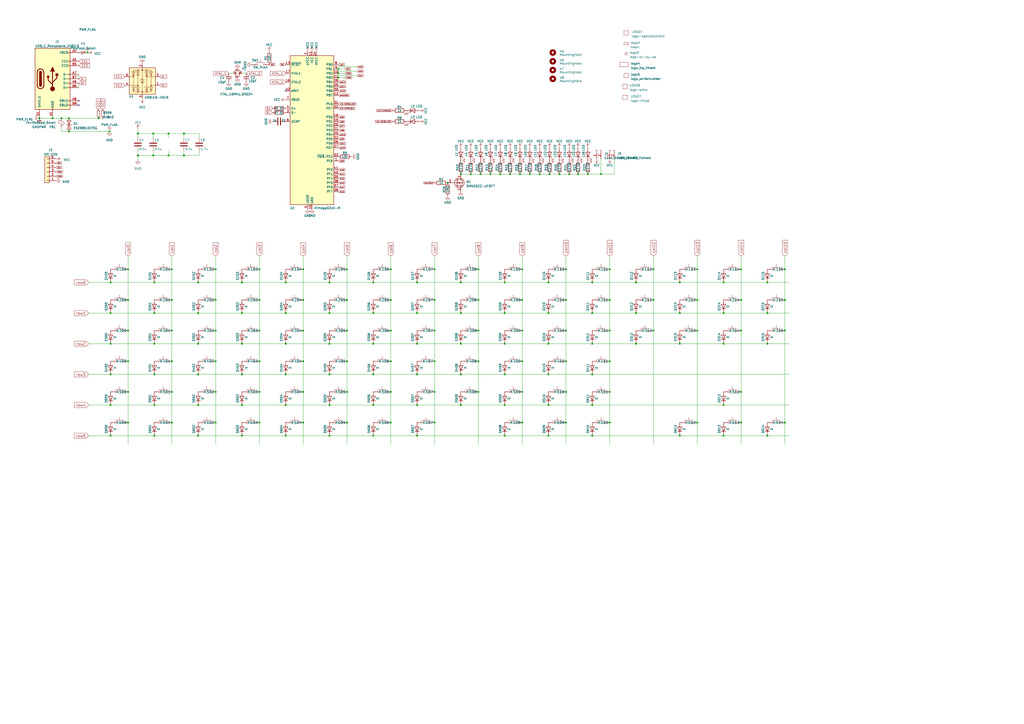
<source format=kicad_sch>
(kicad_sch (version 20210126) (generator eeschema)
  (paper "A2")
  (junction (at 22.86 68.58) (diameter 0.9144))
  (junction (at 30.48 68.58) (diameter 0.9144))
  (junction (at 35.56 68.58) (diameter 0.9144))
  (junction (at 40.005 68.58) (diameter 0.9144))
  (junction (at 40.005 76.2) (diameter 0.9144))
  (junction (at 50.8 30.48) (diameter 0.9144))
  (junction (at 57.15 68.58) (diameter 0.9144))
  (junction (at 63.5 76.2) (diameter 0.9144))
  (junction (at 64.135 163.83) (diameter 0.9144))
  (junction (at 64.135 181.61) (diameter 0.9144))
  (junction (at 64.135 199.39) (diameter 0.9144))
  (junction (at 64.135 217.17) (diameter 0.9144))
  (junction (at 64.135 234.95) (diameter 0.9144))
  (junction (at 64.135 252.73) (diameter 0.9144))
  (junction (at 74.295 156.21) (diameter 0.9144))
  (junction (at 74.295 173.99) (diameter 0.9144))
  (junction (at 74.295 191.77) (diameter 0.9144))
  (junction (at 74.295 209.55) (diameter 0.9144))
  (junction (at 74.295 227.33) (diameter 0.9144))
  (junction (at 74.295 245.11) (diameter 0.9144))
  (junction (at 80.01 77.47) (diameter 1.016))
  (junction (at 80.01 90.17) (diameter 1.016))
  (junction (at 88.9 77.47) (diameter 1.016))
  (junction (at 88.9 90.17) (diameter 1.016))
  (junction (at 89.535 163.83) (diameter 0.9144))
  (junction (at 89.535 181.61) (diameter 0.9144))
  (junction (at 89.535 199.39) (diameter 0.9144))
  (junction (at 89.535 217.17) (diameter 0.9144))
  (junction (at 89.535 234.95) (diameter 0.9144))
  (junction (at 89.535 252.73) (diameter 0.9144))
  (junction (at 97.79 77.47) (diameter 1.016))
  (junction (at 97.79 90.17) (diameter 1.016))
  (junction (at 99.695 156.21) (diameter 0.9144))
  (junction (at 99.695 173.99) (diameter 0.9144))
  (junction (at 99.695 191.77) (diameter 0.9144))
  (junction (at 99.695 209.55) (diameter 0.9144))
  (junction (at 99.695 227.33) (diameter 0.9144))
  (junction (at 99.695 245.11) (diameter 0.9144))
  (junction (at 106.68 77.47) (diameter 1.016))
  (junction (at 106.68 90.17) (diameter 1.016))
  (junction (at 114.935 163.83) (diameter 0.9144))
  (junction (at 114.935 181.61) (diameter 0.9144))
  (junction (at 114.935 199.39) (diameter 0.9144))
  (junction (at 114.935 217.17) (diameter 0.9144))
  (junction (at 114.935 234.95) (diameter 0.9144))
  (junction (at 114.935 252.73) (diameter 0.9144))
  (junction (at 125.095 156.21) (diameter 0.9144))
  (junction (at 125.095 173.99) (diameter 0.9144))
  (junction (at 125.095 191.77) (diameter 0.9144))
  (junction (at 125.095 209.55) (diameter 0.9144))
  (junction (at 125.095 227.33) (diameter 0.9144))
  (junction (at 125.095 245.11) (diameter 0.9144))
  (junction (at 140.335 163.83) (diameter 0.9144))
  (junction (at 140.335 181.61) (diameter 0.9144))
  (junction (at 140.335 199.39) (diameter 0.9144))
  (junction (at 140.335 217.17) (diameter 0.9144))
  (junction (at 140.335 234.95) (diameter 0.9144))
  (junction (at 140.335 252.73) (diameter 0.9144))
  (junction (at 150.495 156.21) (diameter 0.9144))
  (junction (at 150.495 173.99) (diameter 0.9144))
  (junction (at 150.495 191.77) (diameter 0.9144))
  (junction (at 150.495 209.55) (diameter 0.9144))
  (junction (at 150.495 227.33) (diameter 0.9144))
  (junction (at 150.495 245.11) (diameter 0.9144))
  (junction (at 165.735 163.83) (diameter 0.9144))
  (junction (at 165.735 181.61) (diameter 0.9144))
  (junction (at 165.735 199.39) (diameter 0.9144))
  (junction (at 165.735 217.17) (diameter 0.9144))
  (junction (at 165.735 234.95) (diameter 0.9144))
  (junction (at 165.735 252.73) (diameter 0.9144))
  (junction (at 175.895 156.21) (diameter 0.9144))
  (junction (at 175.895 173.99) (diameter 0.9144))
  (junction (at 175.895 191.77) (diameter 0.9144))
  (junction (at 175.895 209.55) (diameter 0.9144))
  (junction (at 175.895 227.33) (diameter 0.9144))
  (junction (at 175.895 245.11) (diameter 0.9144))
  (junction (at 191.135 163.83) (diameter 0.9144))
  (junction (at 191.135 181.61) (diameter 0.9144))
  (junction (at 191.135 199.39) (diameter 0.9144))
  (junction (at 191.135 217.17) (diameter 0.9144))
  (junction (at 191.135 234.95) (diameter 0.9144))
  (junction (at 191.135 252.73) (diameter 0.9144))
  (junction (at 196.215 40.005) (diameter 0.9144))
  (junction (at 196.215 42.545) (diameter 0.9144))
  (junction (at 196.215 45.085) (diameter 0.9144))
  (junction (at 201.295 156.21) (diameter 0.9144))
  (junction (at 201.295 173.99) (diameter 0.9144))
  (junction (at 201.295 191.77) (diameter 0.9144))
  (junction (at 201.295 209.55) (diameter 0.9144))
  (junction (at 201.295 227.33) (diameter 0.9144))
  (junction (at 201.295 245.11) (diameter 0.9144))
  (junction (at 216.535 163.83) (diameter 0.9144))
  (junction (at 216.535 181.61) (diameter 0.9144))
  (junction (at 216.535 199.39) (diameter 0.9144))
  (junction (at 216.535 217.17) (diameter 0.9144))
  (junction (at 216.535 234.95) (diameter 0.9144))
  (junction (at 216.535 252.73) (diameter 0.9144))
  (junction (at 226.695 156.21) (diameter 0.9144))
  (junction (at 226.695 173.99) (diameter 0.9144))
  (junction (at 226.695 191.77) (diameter 0.9144))
  (junction (at 226.695 209.55) (diameter 0.9144))
  (junction (at 226.695 227.33) (diameter 0.9144))
  (junction (at 226.695 245.11) (diameter 0.9144))
  (junction (at 241.935 163.83) (diameter 0.9144))
  (junction (at 241.935 181.61) (diameter 0.9144))
  (junction (at 241.935 199.39) (diameter 0.9144))
  (junction (at 241.935 217.17) (diameter 0.9144))
  (junction (at 241.935 234.95) (diameter 0.9144))
  (junction (at 241.935 252.73) (diameter 0.9144))
  (junction (at 252.095 156.21) (diameter 0.9144))
  (junction (at 252.095 173.99) (diameter 0.9144))
  (junction (at 252.095 191.77) (diameter 0.9144))
  (junction (at 252.095 209.55) (diameter 0.9144))
  (junction (at 252.095 227.33) (diameter 0.9144))
  (junction (at 252.095 245.11) (diameter 0.9144))
  (junction (at 259.715 106.045) (diameter 0.9144))
  (junction (at 267.335 100.965) (diameter 0.9144))
  (junction (at 267.335 163.83) (diameter 0.9144))
  (junction (at 267.335 181.61) (diameter 0.9144))
  (junction (at 267.335 199.39) (diameter 0.9144))
  (junction (at 267.335 217.17) (diameter 0.9144))
  (junction (at 267.335 234.95) (diameter 0.9144))
  (junction (at 273.05 100.965) (diameter 0.9144))
  (junction (at 277.495 156.21) (diameter 0.9144))
  (junction (at 277.495 173.99) (diameter 0.9144))
  (junction (at 277.495 191.77) (diameter 0.9144))
  (junction (at 277.495 209.55) (diameter 0.9144))
  (junction (at 277.495 227.33) (diameter 0.9144))
  (junction (at 278.765 100.965) (diameter 0.9144))
  (junction (at 284.48 100.965) (diameter 0.9144))
  (junction (at 290.195 100.965) (diameter 0.9144))
  (junction (at 292.735 163.83) (diameter 0.9144))
  (junction (at 292.735 181.61) (diameter 0.9144))
  (junction (at 292.735 199.39) (diameter 0.9144))
  (junction (at 292.735 217.17) (diameter 0.9144))
  (junction (at 292.735 234.95) (diameter 0.9144))
  (junction (at 292.735 252.73) (diameter 0.9144))
  (junction (at 295.91 100.965) (diameter 0.9144))
  (junction (at 301.625 100.965) (diameter 0.9144))
  (junction (at 302.895 156.21) (diameter 0.9144))
  (junction (at 302.895 173.99) (diameter 0.9144))
  (junction (at 302.895 191.77) (diameter 0.9144))
  (junction (at 302.895 209.55) (diameter 0.9144))
  (junction (at 302.895 227.33) (diameter 0.9144))
  (junction (at 302.895 245.11) (diameter 0.9144))
  (junction (at 307.34 100.965) (diameter 0.9144))
  (junction (at 313.055 100.965) (diameter 0.9144))
  (junction (at 318.135 163.83) (diameter 0.9144))
  (junction (at 318.135 181.61) (diameter 0.9144))
  (junction (at 318.135 199.39) (diameter 0.9144))
  (junction (at 318.135 217.17) (diameter 0.9144))
  (junction (at 318.135 234.95) (diameter 0.9144))
  (junction (at 318.135 252.73) (diameter 0.9144))
  (junction (at 318.77 100.965) (diameter 0.9144))
  (junction (at 324.485 100.965) (diameter 0.9144))
  (junction (at 328.295 156.21) (diameter 0.9144))
  (junction (at 328.295 173.99) (diameter 0.9144))
  (junction (at 328.295 191.77) (diameter 0.9144))
  (junction (at 328.295 209.55) (diameter 0.9144))
  (junction (at 328.295 227.33) (diameter 0.9144))
  (junction (at 328.295 245.11) (diameter 0.9144))
  (junction (at 330.2 100.965) (diameter 0.9144))
  (junction (at 335.28 100.965) (diameter 0.9144))
  (junction (at 340.995 100.965) (diameter 0.9144))
  (junction (at 343.535 163.83) (diameter 0.9144))
  (junction (at 343.535 181.61) (diameter 0.9144))
  (junction (at 343.535 199.39) (diameter 0.9144))
  (junction (at 343.535 217.17) (diameter 0.9144))
  (junction (at 343.535 234.95) (diameter 0.9144))
  (junction (at 343.535 252.73) (diameter 0.9144))
  (junction (at 348.615 100.965) (diameter 0.9144))
  (junction (at 353.695 156.21) (diameter 0.9144))
  (junction (at 353.695 173.99) (diameter 0.9144))
  (junction (at 353.695 191.77) (diameter 0.9144))
  (junction (at 353.695 209.55) (diameter 0.9144))
  (junction (at 353.695 227.33) (diameter 0.9144))
  (junction (at 353.695 245.11) (diameter 0.9144))
  (junction (at 368.935 163.83) (diameter 0.9144))
  (junction (at 368.935 181.61) (diameter 0.9144))
  (junction (at 368.935 199.39) (diameter 0.9144))
  (junction (at 379.095 156.21) (diameter 0.9144))
  (junction (at 379.095 173.99) (diameter 0.9144))
  (junction (at 379.095 191.77) (diameter 0.9144))
  (junction (at 394.335 163.83) (diameter 0.9144))
  (junction (at 394.335 181.61) (diameter 0.9144))
  (junction (at 394.335 199.39) (diameter 0.9144))
  (junction (at 394.335 252.73) (diameter 0.9144))
  (junction (at 404.495 156.21) (diameter 0.9144))
  (junction (at 404.495 173.99) (diameter 0.9144))
  (junction (at 404.495 191.77) (diameter 0.9144))
  (junction (at 404.495 245.11) (diameter 0.9144))
  (junction (at 419.735 163.83) (diameter 0.9144))
  (junction (at 419.735 181.61) (diameter 0.9144))
  (junction (at 419.735 199.39) (diameter 0.9144))
  (junction (at 419.735 234.95) (diameter 0.9144))
  (junction (at 419.735 252.73) (diameter 0.9144))
  (junction (at 429.895 156.21) (diameter 0.9144))
  (junction (at 429.895 173.99) (diameter 0.9144))
  (junction (at 429.895 191.77) (diameter 0.9144))
  (junction (at 429.895 227.33) (diameter 0.9144))
  (junction (at 429.895 245.11) (diameter 0.9144))
  (junction (at 445.135 163.83) (diameter 0.9144))
  (junction (at 445.135 181.61) (diameter 0.9144))
  (junction (at 445.135 199.39) (diameter 0.9144))
  (junction (at 445.135 252.73) (diameter 0.9144))
  (junction (at 455.295 156.21) (diameter 0.9144))
  (junction (at 455.295 173.99) (diameter 0.9144))
  (junction (at 455.295 191.77) (diameter 0.9144))
  (junction (at 455.295 245.11) (diameter 0.9144))
  (no_connect (at 45.72 58.42))
  (no_connect (at 45.72 60.96))
  (no_connect (at 165.735 52.705))
  (wire (pts (xy 22.86 68.58) (xy 30.48 68.58)))
  (wire (pts (xy 30.48 68.58) (xy 35.56 68.58)))
  (wire (pts (xy 35.56 68.58) (xy 40.005 68.58)))
  (wire (pts (xy 35.56 73.66) (xy 35.56 76.2)))
  (wire (pts (xy 35.56 76.2) (xy 40.005 76.2)))
  (wire (pts (xy 40.005 68.58) (xy 57.15 68.58)))
  (wire (pts (xy 40.005 76.2) (xy 63.5 76.2)))
  (wire (pts (xy 45.72 43.18) (xy 45.72 45.72)))
  (wire (pts (xy 45.72 48.26) (xy 45.72 50.8)))
  (wire (pts (xy 51.435 163.83) (xy 64.135 163.83)))
  (wire (pts (xy 51.435 181.61) (xy 64.135 181.61)))
  (wire (pts (xy 51.435 199.39) (xy 64.135 199.39)))
  (wire (pts (xy 51.435 217.17) (xy 64.135 217.17)))
  (wire (pts (xy 51.435 234.95) (xy 64.135 234.95)))
  (wire (pts (xy 51.435 252.73) (xy 64.135 252.73)))
  (wire (pts (xy 57.15 68.58) (xy 59.69 68.58)))
  (wire (pts (xy 64.135 163.83) (xy 89.535 163.83)))
  (wire (pts (xy 64.135 181.61) (xy 89.535 181.61)))
  (wire (pts (xy 64.135 199.39) (xy 89.535 199.39)))
  (wire (pts (xy 64.135 217.17) (xy 89.535 217.17)))
  (wire (pts (xy 64.135 234.95) (xy 89.535 234.95)))
  (wire (pts (xy 64.135 252.73) (xy 89.535 252.73)))
  (wire (pts (xy 74.295 148.59) (xy 74.295 156.21)))
  (wire (pts (xy 74.295 156.21) (xy 74.295 173.99)))
  (wire (pts (xy 74.295 173.99) (xy 74.295 191.77)))
  (wire (pts (xy 74.295 191.77) (xy 74.295 209.55)))
  (wire (pts (xy 74.295 209.55) (xy 74.295 227.33)))
  (wire (pts (xy 74.295 227.33) (xy 74.295 245.11)))
  (wire (pts (xy 74.295 245.11) (xy 74.295 257.81)))
  (wire (pts (xy 80.01 74.93) (xy 80.01 77.47)))
  (wire (pts (xy 80.01 77.47) (xy 80.01 80.01)))
  (wire (pts (xy 80.01 77.47) (xy 88.9 77.47)))
  (wire (pts (xy 80.01 87.63) (xy 80.01 90.17)))
  (wire (pts (xy 80.01 90.17) (xy 80.01 92.71)))
  (wire (pts (xy 80.01 90.17) (xy 88.9 90.17)))
  (wire (pts (xy 88.9 77.47) (xy 88.9 80.01)))
  (wire (pts (xy 88.9 77.47) (xy 97.79 77.47)))
  (wire (pts (xy 88.9 87.63) (xy 88.9 90.17)))
  (wire (pts (xy 88.9 90.17) (xy 97.79 90.17)))
  (wire (pts (xy 89.535 163.83) (xy 114.935 163.83)))
  (wire (pts (xy 89.535 181.61) (xy 114.935 181.61)))
  (wire (pts (xy 89.535 199.39) (xy 114.935 199.39)))
  (wire (pts (xy 89.535 217.17) (xy 114.935 217.17)))
  (wire (pts (xy 89.535 234.95) (xy 114.935 234.95)))
  (wire (pts (xy 89.535 252.73) (xy 114.935 252.73)))
  (wire (pts (xy 97.79 77.47) (xy 97.79 80.01)))
  (wire (pts (xy 97.79 77.47) (xy 106.68 77.47)))
  (wire (pts (xy 97.79 90.17) (xy 97.79 87.63)))
  (wire (pts (xy 97.79 90.17) (xy 106.68 90.17)))
  (wire (pts (xy 99.695 148.59) (xy 99.695 156.21)))
  (wire (pts (xy 99.695 156.21) (xy 99.695 173.99)))
  (wire (pts (xy 99.695 173.99) (xy 99.695 191.77)))
  (wire (pts (xy 99.695 191.77) (xy 99.695 209.55)))
  (wire (pts (xy 99.695 209.55) (xy 99.695 227.33)))
  (wire (pts (xy 99.695 227.33) (xy 99.695 245.11)))
  (wire (pts (xy 99.695 245.11) (xy 99.695 257.81)))
  (wire (pts (xy 106.68 77.47) (xy 106.68 80.01)))
  (wire (pts (xy 106.68 77.47) (xy 115.57 77.47)))
  (wire (pts (xy 106.68 90.17) (xy 106.68 87.63)))
  (wire (pts (xy 106.68 90.17) (xy 115.57 90.17)))
  (wire (pts (xy 114.935 163.83) (xy 140.335 163.83)))
  (wire (pts (xy 114.935 181.61) (xy 140.335 181.61)))
  (wire (pts (xy 114.935 199.39) (xy 140.335 199.39)))
  (wire (pts (xy 114.935 217.17) (xy 140.335 217.17)))
  (wire (pts (xy 114.935 234.95) (xy 140.335 234.95)))
  (wire (pts (xy 114.935 252.73) (xy 140.335 252.73)))
  (wire (pts (xy 115.57 77.47) (xy 115.57 80.01)))
  (wire (pts (xy 115.57 90.17) (xy 115.57 87.63)))
  (wire (pts (xy 125.095 148.59) (xy 125.095 156.21)))
  (wire (pts (xy 125.095 156.21) (xy 125.095 173.99)))
  (wire (pts (xy 125.095 173.99) (xy 125.095 191.77)))
  (wire (pts (xy 125.095 191.77) (xy 125.095 209.55)))
  (wire (pts (xy 125.095 209.55) (xy 125.095 227.33)))
  (wire (pts (xy 125.095 227.33) (xy 125.095 245.11)))
  (wire (pts (xy 125.095 245.11) (xy 125.095 257.81)))
  (wire (pts (xy 132.715 42.545) (xy 135.255 42.545)))
  (wire (pts (xy 140.335 42.545) (xy 142.875 42.545)))
  (wire (pts (xy 140.335 163.83) (xy 165.735 163.83)))
  (wire (pts (xy 140.335 181.61) (xy 165.735 181.61)))
  (wire (pts (xy 140.335 199.39) (xy 165.735 199.39)))
  (wire (pts (xy 140.335 217.17) (xy 165.735 217.17)))
  (wire (pts (xy 140.335 234.95) (xy 165.735 234.95)))
  (wire (pts (xy 140.335 252.73) (xy 165.735 252.73)))
  (wire (pts (xy 150.495 148.59) (xy 150.495 156.21)))
  (wire (pts (xy 150.495 156.21) (xy 150.495 173.99)))
  (wire (pts (xy 150.495 173.99) (xy 150.495 191.77)))
  (wire (pts (xy 150.495 191.77) (xy 150.495 209.55)))
  (wire (pts (xy 150.495 209.55) (xy 150.495 227.33)))
  (wire (pts (xy 150.495 227.33) (xy 150.495 245.11)))
  (wire (pts (xy 150.495 245.11) (xy 150.495 257.81)))
  (wire (pts (xy 165.735 163.83) (xy 191.135 163.83)))
  (wire (pts (xy 165.735 181.61) (xy 191.135 181.61)))
  (wire (pts (xy 165.735 199.39) (xy 191.135 199.39)))
  (wire (pts (xy 165.735 217.17) (xy 191.135 217.17)))
  (wire (pts (xy 165.735 234.95) (xy 191.135 234.95)))
  (wire (pts (xy 165.735 252.73) (xy 191.135 252.73)))
  (wire (pts (xy 175.895 148.59) (xy 175.895 156.21)))
  (wire (pts (xy 175.895 156.21) (xy 175.895 173.99)))
  (wire (pts (xy 175.895 173.99) (xy 175.895 191.77)))
  (wire (pts (xy 175.895 191.77) (xy 175.895 209.55)))
  (wire (pts (xy 175.895 209.55) (xy 175.895 227.33)))
  (wire (pts (xy 175.895 227.33) (xy 175.895 245.11)))
  (wire (pts (xy 175.895 245.11) (xy 175.895 257.81)))
  (wire (pts (xy 191.135 163.83) (xy 216.535 163.83)))
  (wire (pts (xy 191.135 181.61) (xy 216.535 181.61)))
  (wire (pts (xy 191.135 199.39) (xy 216.535 199.39)))
  (wire (pts (xy 191.135 217.17) (xy 216.535 217.17)))
  (wire (pts (xy 191.135 234.95) (xy 216.535 234.95)))
  (wire (pts (xy 191.135 252.73) (xy 216.535 252.73)))
  (wire (pts (xy 196.215 38.735) (xy 207.01 38.735)))
  (wire (pts (xy 196.215 40.005) (xy 196.215 38.735)))
  (wire (pts (xy 196.215 40.005) (xy 200.025 40.005)))
  (wire (pts (xy 196.215 41.275) (xy 207.01 41.275)))
  (wire (pts (xy 196.215 42.545) (xy 196.215 41.275)))
  (wire (pts (xy 196.215 42.545) (xy 200.025 42.545)))
  (wire (pts (xy 196.215 43.815) (xy 207.01 43.815)))
  (wire (pts (xy 196.215 45.085) (xy 196.215 43.815)))
  (wire (pts (xy 196.215 45.085) (xy 200.025 45.085)))
  (wire (pts (xy 201.295 148.59) (xy 201.295 156.21)))
  (wire (pts (xy 201.295 156.21) (xy 201.295 173.99)))
  (wire (pts (xy 201.295 173.99) (xy 201.295 191.77)))
  (wire (pts (xy 201.295 191.77) (xy 201.295 209.55)))
  (wire (pts (xy 201.295 209.55) (xy 201.295 227.33)))
  (wire (pts (xy 201.295 227.33) (xy 201.295 245.11)))
  (wire (pts (xy 201.295 245.11) (xy 201.295 257.81)))
  (wire (pts (xy 216.535 163.83) (xy 241.935 163.83)))
  (wire (pts (xy 216.535 181.61) (xy 241.935 181.61)))
  (wire (pts (xy 216.535 199.39) (xy 241.935 199.39)))
  (wire (pts (xy 216.535 217.17) (xy 241.935 217.17)))
  (wire (pts (xy 216.535 234.95) (xy 241.935 234.95)))
  (wire (pts (xy 216.535 252.73) (xy 241.935 252.73)))
  (wire (pts (xy 226.695 148.59) (xy 226.695 156.21)))
  (wire (pts (xy 226.695 156.21) (xy 226.695 173.99)))
  (wire (pts (xy 226.695 173.99) (xy 226.695 191.77)))
  (wire (pts (xy 226.695 191.77) (xy 226.695 209.55)))
  (wire (pts (xy 226.695 209.55) (xy 226.695 227.33)))
  (wire (pts (xy 226.695 227.33) (xy 226.695 245.11)))
  (wire (pts (xy 226.695 245.11) (xy 226.695 257.81)))
  (wire (pts (xy 241.935 163.83) (xy 267.335 163.83)))
  (wire (pts (xy 241.935 181.61) (xy 267.335 181.61)))
  (wire (pts (xy 241.935 199.39) (xy 267.335 199.39)))
  (wire (pts (xy 241.935 217.17) (xy 267.335 217.17)))
  (wire (pts (xy 241.935 234.95) (xy 267.335 234.95)))
  (wire (pts (xy 241.935 252.73) (xy 292.735 252.73)))
  (wire (pts (xy 252.095 148.59) (xy 252.095 156.21)))
  (wire (pts (xy 252.095 156.21) (xy 252.095 173.99)))
  (wire (pts (xy 252.095 173.99) (xy 252.095 191.77)))
  (wire (pts (xy 252.095 191.77) (xy 252.095 209.55)))
  (wire (pts (xy 252.095 209.55) (xy 252.095 227.33)))
  (wire (pts (xy 252.095 227.33) (xy 252.095 245.11)))
  (wire (pts (xy 252.095 245.11) (xy 252.095 257.81)))
  (wire (pts (xy 267.335 100.965) (xy 273.05 100.965)))
  (wire (pts (xy 267.335 163.83) (xy 292.735 163.83)))
  (wire (pts (xy 267.335 181.61) (xy 292.735 181.61)))
  (wire (pts (xy 267.335 199.39) (xy 292.735 199.39)))
  (wire (pts (xy 267.335 217.17) (xy 292.735 217.17)))
  (wire (pts (xy 267.335 234.95) (xy 292.735 234.95)))
  (wire (pts (xy 273.05 100.965) (xy 278.765 100.965)))
  (wire (pts (xy 277.495 148.59) (xy 277.495 156.21)))
  (wire (pts (xy 277.495 156.21) (xy 277.495 173.99)))
  (wire (pts (xy 277.495 173.99) (xy 277.495 191.77)))
  (wire (pts (xy 277.495 191.77) (xy 277.495 209.55)))
  (wire (pts (xy 277.495 209.55) (xy 277.495 227.33)))
  (wire (pts (xy 277.495 227.33) (xy 277.495 257.81)))
  (wire (pts (xy 278.765 100.965) (xy 284.48 100.965)))
  (wire (pts (xy 284.48 100.965) (xy 290.195 100.965)))
  (wire (pts (xy 290.195 100.965) (xy 295.91 100.965)))
  (wire (pts (xy 292.735 163.83) (xy 318.135 163.83)))
  (wire (pts (xy 292.735 181.61) (xy 318.135 181.61)))
  (wire (pts (xy 292.735 199.39) (xy 318.135 199.39)))
  (wire (pts (xy 292.735 217.17) (xy 318.135 217.17)))
  (wire (pts (xy 292.735 234.95) (xy 318.135 234.95)))
  (wire (pts (xy 292.735 252.73) (xy 318.135 252.73)))
  (wire (pts (xy 295.91 100.965) (xy 301.625 100.965)))
  (wire (pts (xy 301.625 100.965) (xy 307.34 100.965)))
  (wire (pts (xy 302.895 148.59) (xy 302.895 156.21)))
  (wire (pts (xy 302.895 156.21) (xy 302.895 173.99)))
  (wire (pts (xy 302.895 173.99) (xy 302.895 191.77)))
  (wire (pts (xy 302.895 191.77) (xy 302.895 209.55)))
  (wire (pts (xy 302.895 209.55) (xy 302.895 227.33)))
  (wire (pts (xy 302.895 227.33) (xy 302.895 245.11)))
  (wire (pts (xy 302.895 245.11) (xy 302.895 257.81)))
  (wire (pts (xy 307.34 100.965) (xy 313.055 100.965)))
  (wire (pts (xy 313.055 100.965) (xy 318.77 100.965)))
  (wire (pts (xy 318.135 163.83) (xy 343.535 163.83)))
  (wire (pts (xy 318.135 181.61) (xy 343.535 181.61)))
  (wire (pts (xy 318.135 199.39) (xy 343.535 199.39)))
  (wire (pts (xy 318.135 217.17) (xy 343.535 217.17)))
  (wire (pts (xy 318.135 234.95) (xy 343.535 234.95)))
  (wire (pts (xy 318.135 252.73) (xy 343.535 252.73)))
  (wire (pts (xy 318.77 100.965) (xy 324.485 100.965)))
  (wire (pts (xy 324.485 100.965) (xy 330.2 100.965)))
  (wire (pts (xy 328.295 148.59) (xy 328.295 156.21)))
  (wire (pts (xy 328.295 156.21) (xy 328.295 173.99)))
  (wire (pts (xy 328.295 173.99) (xy 328.295 191.77)))
  (wire (pts (xy 328.295 191.77) (xy 328.295 209.55)))
  (wire (pts (xy 328.295 209.55) (xy 328.295 227.33)))
  (wire (pts (xy 328.295 227.33) (xy 328.295 245.11)))
  (wire (pts (xy 328.295 245.11) (xy 328.295 257.81)))
  (wire (pts (xy 330.2 100.965) (xy 335.28 100.965)))
  (wire (pts (xy 335.28 100.965) (xy 340.995 100.965)))
  (wire (pts (xy 340.995 100.965) (xy 348.615 100.965)))
  (wire (pts (xy 343.535 163.83) (xy 368.935 163.83)))
  (wire (pts (xy 343.535 181.61) (xy 368.935 181.61)))
  (wire (pts (xy 343.535 199.39) (xy 368.935 199.39)))
  (wire (pts (xy 343.535 217.17) (xy 457.835 217.17)))
  (wire (pts (xy 343.535 234.95) (xy 419.735 234.95)))
  (wire (pts (xy 343.535 252.73) (xy 394.335 252.73)))
  (wire (pts (xy 348.615 92.075) (xy 348.615 100.965)))
  (wire (pts (xy 348.615 100.965) (xy 356.235 100.965)))
  (wire (pts (xy 353.695 148.59) (xy 353.695 156.21)))
  (wire (pts (xy 353.695 156.21) (xy 353.695 173.99)))
  (wire (pts (xy 353.695 173.99) (xy 353.695 191.77)))
  (wire (pts (xy 353.695 191.77) (xy 353.695 209.55)))
  (wire (pts (xy 353.695 209.55) (xy 353.695 227.33)))
  (wire (pts (xy 353.695 227.33) (xy 353.695 245.11)))
  (wire (pts (xy 353.695 245.11) (xy 353.695 257.81)))
  (wire (pts (xy 356.235 92.075) (xy 356.235 100.965)))
  (wire (pts (xy 368.935 163.83) (xy 394.335 163.83)))
  (wire (pts (xy 368.935 181.61) (xy 394.335 181.61)))
  (wire (pts (xy 368.935 199.39) (xy 394.335 199.39)))
  (wire (pts (xy 379.095 148.59) (xy 379.095 156.21)))
  (wire (pts (xy 379.095 156.21) (xy 379.095 173.99)))
  (wire (pts (xy 379.095 173.99) (xy 379.095 191.77)))
  (wire (pts (xy 379.095 191.77) (xy 379.095 257.81)))
  (wire (pts (xy 394.335 163.83) (xy 419.735 163.83)))
  (wire (pts (xy 394.335 181.61) (xy 419.735 181.61)))
  (wire (pts (xy 394.335 199.39) (xy 419.735 199.39)))
  (wire (pts (xy 394.335 252.73) (xy 419.735 252.73)))
  (wire (pts (xy 404.495 148.59) (xy 404.495 156.21)))
  (wire (pts (xy 404.495 156.21) (xy 404.495 173.99)))
  (wire (pts (xy 404.495 173.99) (xy 404.495 191.77)))
  (wire (pts (xy 404.495 191.77) (xy 404.495 245.11)))
  (wire (pts (xy 404.495 245.11) (xy 404.495 257.81)))
  (wire (pts (xy 419.735 163.83) (xy 445.135 163.83)))
  (wire (pts (xy 419.735 181.61) (xy 445.135 181.61)))
  (wire (pts (xy 419.735 199.39) (xy 445.135 199.39)))
  (wire (pts (xy 419.735 234.95) (xy 457.835 234.95)))
  (wire (pts (xy 419.735 252.73) (xy 445.135 252.73)))
  (wire (pts (xy 429.895 148.59) (xy 429.895 156.21)))
  (wire (pts (xy 429.895 156.21) (xy 429.895 173.99)))
  (wire (pts (xy 429.895 173.99) (xy 429.895 191.77)))
  (wire (pts (xy 429.895 191.77) (xy 429.895 227.33)))
  (wire (pts (xy 429.895 227.33) (xy 429.895 245.11)))
  (wire (pts (xy 429.895 245.11) (xy 429.895 257.81)))
  (wire (pts (xy 445.135 163.83) (xy 457.835 163.83)))
  (wire (pts (xy 445.135 181.61) (xy 457.835 181.61)))
  (wire (pts (xy 445.135 199.39) (xy 457.835 199.39)))
  (wire (pts (xy 445.135 252.73) (xy 457.835 252.73)))
  (wire (pts (xy 455.295 148.59) (xy 455.295 156.21)))
  (wire (pts (xy 455.295 156.21) (xy 455.295 173.99)))
  (wire (pts (xy 455.295 173.99) (xy 455.295 191.77)))
  (wire (pts (xy 455.295 191.77) (xy 455.295 245.11)))
  (wire (pts (xy 455.295 245.11) (xy 455.295 257.81)))
  (global_label "RST" (shape input) (at 32.385 94.615 0) (effects (font (size 0.7112 0.7112))) (property "Intersheet References" "${INTERSHEET_REFS}" (effects hide)))
  (global_label "SCK" (shape input) (at 32.385 97.155 0) (effects (font (size 0.7112 0.7112))) (property "Intersheet References" "${INTERSHEET_REFS}" (effects hide)))
  (global_label "MOSI" (shape input) (at 32.385 99.695 0) (effects (font (size 0.7112 0.7112))) (property "Intersheet References" "${INTERSHEET_REFS}" (effects hide)))
  (global_label "MISO" (shape input) (at 32.385 102.235 0) (effects (font (size 0.7112 0.7112))) (property "Intersheet References" "${INTERSHEET_REFS}" (effects hide)))
  (global_label "CC1" (shape input) (at 45.72 35.56 0) (property "Intersheet References" "${INTERSHEET_REFS}" (effects hide)))
  (global_label "CC2" (shape input) (at 45.72 38.1 0) (property "Intersheet References" "${INTERSHEET_REFS}" (effects hide)))
  (global_label "D-" (shape input) (at 45.72 45.72 0) (effects (font (size 0.9906 0.9906))) (property "Intersheet References" "${INTERSHEET_REFS}" (effects hide)))
  (global_label "D+" (shape input) (at 45.72 48.26 0) (effects (font (size 0.9906 0.9906))) (property "Intersheet References" "${INTERSHEET_REFS}" (effects hide)))
  (global_label "row0" (shape input) (at 51.435 163.83 180) (effects (font (size 1.524 1.524))) (property "Intersheet References" "${INTERSHEET_REFS}" (effects hide)))
  (global_label "row1" (shape input) (at 51.435 181.61 180) (effects (font (size 1.524 1.524))) (property "Intersheet References" "${INTERSHEET_REFS}" (effects hide)))
  (global_label "row2" (shape input) (at 51.435 199.39 180) (effects (font (size 1.524 1.524))) (property "Intersheet References" "${INTERSHEET_REFS}" (effects hide)))
  (global_label "row3" (shape input) (at 51.435 217.17 180) (effects (font (size 1.524 1.524))) (property "Intersheet References" "${INTERSHEET_REFS}" (effects hide)))
  (global_label "row4" (shape input) (at 51.435 234.95 180) (effects (font (size 1.524 1.524))) (property "Intersheet References" "${INTERSHEET_REFS}" (effects hide)))
  (global_label "row5" (shape input) (at 51.435 252.73 180) (effects (font (size 1.524 1.524))) (property "Intersheet References" "${INTERSHEET_REFS}" (effects hide)))
  (global_label "CC1" (shape input) (at 57.15 63.5 90) (property "Intersheet References" "${INTERSHEET_REFS}" (effects hide)))
  (global_label "CC2" (shape input) (at 59.69 63.5 90) (property "Intersheet References" "${INTERSHEET_REFS}" (effects hide)))
  (global_label "CC1" (shape input) (at 72.39 44.45 180) (property "Intersheet References" "${INTERSHEET_REFS}" (effects hide)))
  (global_label "CC2" (shape input) (at 72.39 49.53 180) (property "Intersheet References" "${INTERSHEET_REFS}" (effects hide)))
  (global_label "col0" (shape input) (at 74.295 148.59 90) (effects (font (size 1.524 1.524))) (property "Intersheet References" "${INTERSHEET_REFS}" (effects hide)))
  (global_label "D-" (shape input) (at 92.71 44.45 0) (effects (font (size 0.9906 0.9906))) (property "Intersheet References" "${INTERSHEET_REFS}" (effects hide)))
  (global_label "D+" (shape input) (at 92.71 49.53 0) (effects (font (size 0.9906 0.9906))) (property "Intersheet References" "${INTERSHEET_REFS}" (effects hide)))
  (global_label "col1" (shape input) (at 99.695 148.59 90) (effects (font (size 1.524 1.524))) (property "Intersheet References" "${INTERSHEET_REFS}" (effects hide)))
  (global_label "col2" (shape input) (at 125.095 148.59 90) (effects (font (size 1.524 1.524))) (property "Intersheet References" "${INTERSHEET_REFS}" (effects hide)))
  (global_label "XTAL_1" (shape input) (at 132.715 42.545 180) (property "Intersheet References" "${INTERSHEET_REFS}" (effects hide)))
  (global_label "XTAL_2" (shape input) (at 142.875 42.545 0) (property "Intersheet References" "${INTERSHEET_REFS}" (effects hide)))
  (global_label "col3" (shape input) (at 150.495 148.59 90) (effects (font (size 1.524 1.524))) (property "Intersheet References" "${INTERSHEET_REFS}" (effects hide)))
  (global_label "RST" (shape input) (at 156.21 37.465 0) (effects (font (size 0.7112 0.7112))) (property "Intersheet References" "${INTERSHEET_REFS}" (effects hide)))
  (global_label "D+" (shape input) (at 158.115 62.865 180) (effects (font (size 0.9906 0.9906))) (property "Intersheet References" "${INTERSHEET_REFS}" (effects hide)))
  (global_label "D-" (shape input) (at 158.115 65.405 180) (effects (font (size 0.9906 0.9906))) (property "Intersheet References" "${INTERSHEET_REFS}" (effects hide)))
  (global_label "RST" (shape input) (at 165.735 37.465 180) (effects (font (size 0.7112 0.7112))) (property "Intersheet References" "${INTERSHEET_REFS}" (effects hide)))
  (global_label "XTAL_1" (shape input) (at 165.735 42.545 180) (property "Intersheet References" "${INTERSHEET_REFS}" (effects hide)))
  (global_label "XTAL_2" (shape input) (at 165.735 47.625 180) (property "Intersheet References" "${INTERSHEET_REFS}" (effects hide)))
  (global_label "col4" (shape input) (at 175.895 148.59 90) (effects (font (size 1.524 1.524))) (property "Intersheet References" "${INTERSHEET_REFS}" (effects hide)))
  (global_label "col1" (shape input) (at 196.215 37.465 0) (effects (font (size 0.7112 0.7112))) (property "Intersheet References" "${INTERSHEET_REFS}" (effects hide)))
  (global_label "col13" (shape input) (at 196.215 47.625 0) (effects (font (size 0.7112 0.7112))) (property "Intersheet References" "${INTERSHEET_REFS}" (effects hide)))
  (global_label "col14" (shape input) (at 196.215 50.165 0) (effects (font (size 0.7112 0.7112))) (property "Intersheet References" "${INTERSHEET_REFS}" (effects hide)))
  (global_label "col15" (shape input) (at 196.215 52.705 0) (effects (font (size 0.7112 0.7112))) (property "Intersheet References" "${INTERSHEET_REFS}" (effects hide)))
  (global_label "backlight" (shape input) (at 196.215 55.245 0) (effects (font (size 0.7112 0.7112))) (property "Intersheet References" "${INTERSHEET_REFS}" (effects hide)))
  (global_label "LED-SCROLLOCK" (shape input) (at 196.215 60.325 0) (effects (font (size 0.7112 0.7112))) (property "Intersheet References" "${INTERSHEET_REFS}" (effects hide)))
  (global_label "LED-CAPSLOCK" (shape input) (at 196.215 62.865 0) (effects (font (size 0.7112 0.7112))) (property "Intersheet References" "${INTERSHEET_REFS}" (effects hide)))
  (global_label "col5" (shape input) (at 196.215 67.945 0) (effects (font (size 0.7112 0.7112))) (property "Intersheet References" "${INTERSHEET_REFS}" (effects hide)))
  (global_label "col6" (shape input) (at 196.215 70.485 0) (effects (font (size 0.7112 0.7112))) (property "Intersheet References" "${INTERSHEET_REFS}" (effects hide)))
  (global_label "col7" (shape input) (at 196.215 73.025 0) (effects (font (size 0.7112 0.7112))) (property "Intersheet References" "${INTERSHEET_REFS}" (effects hide)))
  (global_label "col8" (shape input) (at 196.215 75.565 0) (effects (font (size 0.7112 0.7112))) (property "Intersheet References" "${INTERSHEET_REFS}" (effects hide)))
  (global_label "col10" (shape input) (at 196.215 78.105 0) (effects (font (size 0.7112 0.7112))) (property "Intersheet References" "${INTERSHEET_REFS}" (effects hide)))
  (global_label "col9" (shape input) (at 196.215 80.645 0) (effects (font (size 0.7112 0.7112))) (property "Intersheet References" "${INTERSHEET_REFS}" (effects hide)))
  (global_label "col11" (shape input) (at 196.215 83.185 0) (effects (font (size 0.7112 0.7112))) (property "Intersheet References" "${INTERSHEET_REFS}" (effects hide)))
  (global_label "col12" (shape input) (at 196.215 85.725 0) (effects (font (size 0.7112 0.7112))) (property "Intersheet References" "${INTERSHEET_REFS}" (effects hide)))
  (global_label "col0" (shape input) (at 196.215 93.345 0) (effects (font (size 0.7112 0.7112))) (property "Intersheet References" "${INTERSHEET_REFS}" (effects hide)))
  (global_label "row0" (shape input) (at 196.215 98.425 0) (effects (font (size 0.7112 0.7112))) (property "Intersheet References" "${INTERSHEET_REFS}" (effects hide)))
  (global_label "row1" (shape input) (at 196.215 100.965 0) (effects (font (size 0.7112 0.7112))) (property "Intersheet References" "${INTERSHEET_REFS}" (effects hide)))
  (global_label "row2" (shape input) (at 196.215 103.505 0) (effects (font (size 0.7112 0.7112))) (property "Intersheet References" "${INTERSHEET_REFS}" (effects hide)))
  (global_label "row3" (shape input) (at 196.215 106.045 0) (effects (font (size 0.7112 0.7112))) (property "Intersheet References" "${INTERSHEET_REFS}" (effects hide)))
  (global_label "row4" (shape input) (at 196.215 108.585 0) (effects (font (size 0.7112 0.7112))) (property "Intersheet References" "${INTERSHEET_REFS}" (effects hide)))
  (global_label "row5" (shape input) (at 196.215 111.125 0) (effects (font (size 0.7112 0.7112))) (property "Intersheet References" "${INTERSHEET_REFS}" (effects hide)))
  (global_label "SCK" (shape input) (at 200.025 40.005 0) (effects (font (size 0.7112 0.7112))) (property "Intersheet References" "${INTERSHEET_REFS}" (effects hide)))
  (global_label "MOSI" (shape input) (at 200.025 42.545 0) (effects (font (size 0.7112 0.7112))) (property "Intersheet References" "${INTERSHEET_REFS}" (effects hide)))
  (global_label "MISO" (shape input) (at 200.025 45.085 0) (effects (font (size 0.7112 0.7112))) (property "Intersheet References" "${INTERSHEET_REFS}" (effects hide)))
  (global_label "col5" (shape input) (at 201.295 148.59 90) (effects (font (size 1.524 1.524))) (property "Intersheet References" "${INTERSHEET_REFS}" (effects hide)))
  (global_label "col2" (shape input) (at 207.01 38.735 0) (effects (font (size 0.7112 0.7112))) (property "Intersheet References" "${INTERSHEET_REFS}" (effects hide)))
  (global_label "col3" (shape input) (at 207.01 41.275 0) (effects (font (size 0.7112 0.7112))) (property "Intersheet References" "${INTERSHEET_REFS}" (effects hide)))
  (global_label "col4" (shape input) (at 207.01 43.815 0) (effects (font (size 0.7112 0.7112))) (property "Intersheet References" "${INTERSHEET_REFS}" (effects hide)))
  (global_label "col6" (shape input) (at 226.695 148.59 90) (effects (font (size 1.524 1.524))) (property "Intersheet References" "${INTERSHEET_REFS}" (effects hide)))
  (global_label "LED-CAPSLOCK" (shape input) (at 227.965 64.135 180) (effects (font (size 0.7112 0.7112))) (property "Intersheet References" "${INTERSHEET_REFS}" (effects hide)))
  (global_label "LED-SCROLLOCK" (shape input) (at 227.965 70.485 180) (effects (font (size 0.7112 0.7112))) (property "Intersheet References" "${INTERSHEET_REFS}" (effects hide)))
  (global_label "backlight" (shape input) (at 252.095 106.045 180) (effects (font (size 0.7112 0.7112))) (property "Intersheet References" "${INTERSHEET_REFS}" (effects hide)))
  (global_label "col7" (shape input) (at 252.095 148.59 90) (effects (font (size 1.524 1.524))) (property "Intersheet References" "${INTERSHEET_REFS}" (effects hide)))
  (global_label "col8" (shape input) (at 277.495 148.59 90) (effects (font (size 1.524 1.524))) (property "Intersheet References" "${INTERSHEET_REFS}" (effects hide)))
  (global_label "col9" (shape input) (at 302.895 148.59 90) (effects (font (size 1.524 1.524))) (property "Intersheet References" "${INTERSHEET_REFS}" (effects hide)))
  (global_label "col10" (shape input) (at 328.295 148.59 90) (effects (font (size 1.524 1.524))) (property "Intersheet References" "${INTERSHEET_REFS}" (effects hide)))
  (global_label "col11" (shape input) (at 353.695 148.59 90) (effects (font (size 1.524 1.524))) (property "Intersheet References" "${INTERSHEET_REFS}" (effects hide)))
  (global_label "col12" (shape input) (at 379.095 148.59 90) (effects (font (size 1.524 1.524))) (property "Intersheet References" "${INTERSHEET_REFS}" (effects hide)))
  (global_label "col13" (shape input) (at 404.495 148.59 90) (effects (font (size 1.524 1.524))) (property "Intersheet References" "${INTERSHEET_REFS}" (effects hide)))
  (global_label "col14" (shape input) (at 429.895 148.59 90) (effects (font (size 1.524 1.524))) (property "Intersheet References" "${INTERSHEET_REFS}" (effects hide)))
  (global_label "col15" (shape input) (at 455.295 148.59 90) (effects (font (size 1.524 1.524))) (property "Intersheet References" "${INTERSHEET_REFS}" (effects hide)))
  (symbol (lib_id "nicos-parts:logo-cc-by-sa") (at 362.585 33.02 0) (unit 1)
    (property "Reference" "logo3" (at 365.125 30.4799 0) (effects (justify left)))
    (property "Value" "logo-cc-by-sa" (at 365.125 33.0199 0) (effects (justify left)))
    (property "Footprint" "lt_foots:cc-by-sa" (effects hide))
  )
  (symbol (lib_id "nicos-parts:heart") (at 363.22 27.305 0) (unit 1)
    (property "Reference" "logo2" (at 365.76 24.7649 0) (effects (justify left)))
    (property "Value" "heart" (at 365.76 27.3049 0) (effects (justify left)))
    (property "Footprint" "lt_foots:logo_heart3" (effects hide))
  )
  (symbol (lib_id "power:VCC") (at 32.385 92.075 270) (unit 1)
    (property "Reference" "#PWR0107" (effects hide))
    (property "Value" "VCC" (at 36.83 92.7099 90) (effects (justify left)))
  )
  (symbol (lib_id "power:VCC") (at 50.8 30.48 270) (unit 1)
    (property "Reference" "#PWR0104" (effects hide))
    (property "Value" "VCC" (at 54.61 31.1149 90) (effects (justify left)))
  )
  (symbol (lib_id "power:VCC") (at 80.01 74.93 0) (unit 1)
    (property "Reference" "#PWR04" (effects hide))
    (property "Value" "VCC" (at 80.01 71.12 0))
  )
  (symbol (lib_id "power:VCC") (at 82.55 57.15 180) (unit 1)
    (property "Reference" "#PWR0105" (effects hide))
    (property "Value" "VCC" (at 82.55 62.23 0))
  )
  (symbol (lib_id "power:VCC") (at 156.21 29.845 0) (unit 1)
    (property "Reference" "#PWR01" (effects hide))
    (property "Value" "VCC" (at 156.21 26.035 0))
  )
  (symbol (lib_id "power:VCC") (at 165.735 57.785 90) (unit 1)
    (property "Reference" "#PWR013" (effects hide))
    (property "Value" "VCC" (at 160.655 57.785 90))
  )
  (symbol (lib_id "power:VCC") (at 178.435 29.845 0) (unit 1)
    (property "Reference" "#PWR0101" (effects hide))
    (property "Value" "VCC" (at 178.435 26.035 90))
  )
  (symbol (lib_id "power:VCC") (at 180.975 29.845 0) (unit 1)
    (property "Reference" "#PWR02" (effects hide))
    (property "Value" "VCC" (at 180.975 26.035 90))
  )
  (symbol (lib_id "power:VCC") (at 183.515 29.845 0) (unit 1)
    (property "Reference" "#PWR03" (effects hide))
    (property "Value" "VCC" (at 183.515 26.035 90))
  )
  (symbol (lib_id "power:VCC") (at 243.205 64.135 270) (unit 1)
    (property "Reference" "#PWR014" (effects hide))
    (property "Value" "VCC" (at 247.015 64.135 0))
  )
  (symbol (lib_id "power:VCC") (at 243.205 70.485 270) (unit 1)
    (property "Reference" "#PWR017" (effects hide))
    (property "Value" "VCC" (at 247.015 70.485 0))
  )
  (symbol (lib_id "power:VCC") (at 267.335 85.725 0) (unit 1)
    (property "Reference" "#PWR08" (effects hide))
    (property "Value" "VCC" (at 267.335 81.915 0))
  )
  (symbol (lib_id "power:VCC") (at 273.05 85.725 0) (unit 1)
    (property "Reference" "#PWR018" (effects hide))
    (property "Value" "VCC" (at 273.05 81.915 0))
  )
  (symbol (lib_id "power:VCC") (at 278.765 85.725 0) (unit 1)
    (property "Reference" "#PWR019" (effects hide))
    (property "Value" "VCC" (at 278.765 81.915 0))
  )
  (symbol (lib_id "power:VCC") (at 284.48 85.725 0) (unit 1)
    (property "Reference" "#PWR021" (effects hide))
    (property "Value" "VCC" (at 284.48 81.915 0))
  )
  (symbol (lib_id "power:VCC") (at 290.195 85.725 0) (unit 1)
    (property "Reference" "#PWR022" (effects hide))
    (property "Value" "VCC" (at 290.195 81.915 0))
  )
  (symbol (lib_id "power:VCC") (at 295.91 85.725 0) (unit 1)
    (property "Reference" "#PWR023" (effects hide))
    (property "Value" "VCC" (at 295.91 81.915 0))
  )
  (symbol (lib_id "power:VCC") (at 301.625 85.725 0) (unit 1)
    (property "Reference" "#PWR026" (effects hide))
    (property "Value" "VCC" (at 301.625 81.915 0))
  )
  (symbol (lib_id "power:VCC") (at 307.34 85.725 0) (unit 1)
    (property "Reference" "#PWR027" (effects hide))
    (property "Value" "VCC" (at 307.34 81.915 0))
  )
  (symbol (lib_id "power:VCC") (at 313.055 85.725 0) (unit 1)
    (property "Reference" "#PWR028" (effects hide))
    (property "Value" "VCC" (at 313.055 81.915 0))
  )
  (symbol (lib_id "power:VCC") (at 318.77 85.725 0) (unit 1)
    (property "Reference" "#PWR029" (effects hide))
    (property "Value" "VCC" (at 318.77 81.915 0))
  )
  (symbol (lib_id "power:VCC") (at 324.485 85.725 0) (unit 1)
    (property "Reference" "#PWR030" (effects hide))
    (property "Value" "VCC" (at 324.485 81.915 0))
  )
  (symbol (lib_id "power:VCC") (at 330.2 85.725 0) (unit 1)
    (property "Reference" "#PWR031" (effects hide))
    (property "Value" "VCC" (at 330.2 81.915 0))
  )
  (symbol (lib_id "power:VCC") (at 335.28 85.725 0) (unit 1)
    (property "Reference" "#PWR0106" (effects hide))
    (property "Value" "VCC" (at 335.28 81.915 0))
  )
  (symbol (lib_id "power:VCC") (at 340.995 85.725 0) (unit 1)
    (property "Reference" "#PWR0110" (effects hide))
    (property "Value" "VCC" (at 340.995 81.915 0))
  )
  (symbol (lib_id "power:VCC") (at 346.075 92.075 180) (unit 1)
    (property "Reference" "#PWR032" (effects hide))
    (property "Value" "VCC" (at 346.075 95.885 0))
  )
  (symbol (lib_id "power:VCC") (at 353.695 92.075 180) (unit 1)
    (property "Reference" "#PWR033" (effects hide))
    (property "Value" "VCC" (at 353.695 95.885 0))
  )
  (symbol (lib_id "power:PWR_FLAG") (at 22.86 68.58 90) (unit 1)
    (property "Reference" "#FLG02" (effects hide))
    (property "Value" "PWR_FLAG" (at 19.05 69.2149 90) (effects (justify left)))
  )
  (symbol (lib_id "power:PWR_FLAG") (at 50.8 30.48 0) (unit 1)
    (property "Reference" "#FLG0101" (effects hide))
    (property "Value" "PWR_FLAG" (at 50.8 17.145 0))
  )
  (symbol (lib_id "power:PWR_FLAG") (at 63.5 76.2 0) (unit 1)
    (property "Reference" "#FLG03" (effects hide))
    (property "Value" "PWR_FLAG" (at 63.5 72.39 0))
  )
  (symbol (lib_id "power:GNDPWR") (at 22.86 68.58 0) (unit 1)
    (property "Reference" "#PWR015" (effects hide))
    (property "Value" "GNDPWR" (at 22.733 73.66 0))
  )
  (symbol (lib_id "nicos-parts:logo-bear") (at 362.585 52.705 0) (unit 1)
    (property "Reference" "LOGO6" (at 365.125 49.5299 0) (effects (justify left)))
    (property "Value" "logo-oshw" (at 365.125 52.0699 0) (effects (justify left)))
    (property "Footprint" "Symbol:OSHW-Symbol_6.7x6mm_Copper" (effects hide))
  )
  (symbol (lib_id "nicos-parts:logo-bear") (at 362.585 59.055 0) (unit 1)
    (property "Reference" "LOGO7" (at 365.76 55.8799 0) (effects (justify left)))
    (property "Value" "logo-kicad" (at 365.76 58.4199 0) (effects (justify left)))
    (property "Footprint" "Symbol:KiCad-Logo2_5mm_Copper" (effects hide))
  )
  (symbol (lib_id "nicos-parts:logo-bear") (at 363.22 21.59 0) (unit 1)
    (property "Reference" "LOGO1" (at 366.395 18.4149 0) (effects (justify left)))
    (property "Value" "logo-specskeysrev1" (at 366.395 20.9549 0) (effects (justify left)))
    (property "Footprint" "lt_foots:logo_specskeysrev1" (effects hide))
  )
  (symbol (lib_id "nicos-parts:logo_serialnumber") (at 363.22 46.355 0) (unit 1)
    (property "Reference" "logo5" (at 365.76 43.1799 0) (effects (justify left)))
    (property "Value" "logo_serialnumber" (at 365.76 45.7199 0) (effects (justify left)))
    (property "Footprint" "lt_foots:JLC-SERIAL" (effects hide))
  )
  (symbol (lib_id "power:GND") (at 32.385 104.775 90) (unit 1)
    (property "Reference" "#PWR0108" (effects hide))
    (property "Value" "GND" (at 36.195 105.4099 90) (effects (justify right)))
  )
  (symbol (lib_id "power:GND") (at 63.5 76.2 0) (unit 1)
    (property "Reference" "#PWR0102" (effects hide))
    (property "Value" "GND" (at 63.5 81.28 0))
  )
  (symbol (lib_id "power:GND") (at 80.01 92.71 0) (unit 1)
    (property "Reference" "#PWR0109" (effects hide))
    (property "Value" "GND" (at 80.01 97.79 0))
  )
  (symbol (lib_id "power:GND") (at 82.55 36.83 180) (unit 1)
    (property "Reference" "#PWR0103" (effects hide))
    (property "Value" "GND" (at 82.55 33.02 0))
  )
  (symbol (lib_id "power:GND") (at 132.715 47.625 0) (unit 1)
    (property "Reference" "#PWR010" (effects hide))
    (property "Value" "GND" (at 132.715 51.435 0))
  )
  (symbol (lib_id "power:GND") (at 137.795 40.005 180) (unit 1)
    (property "Reference" "#PWR07" (effects hide))
    (property "Value" "GND" (at 137.795 36.195 0))
  )
  (symbol (lib_id "power:GND") (at 137.795 45.085 0) (unit 1)
    (property "Reference" "#PWR09" (effects hide))
    (property "Value" "GND" (at 137.795 48.895 0))
  )
  (symbol (lib_id "power:GND") (at 142.875 47.625 0) (unit 1)
    (property "Reference" "#PWR011" (effects hide))
    (property "Value" "GND" (at 142.875 51.435 0))
  )
  (symbol (lib_id "power:GND") (at 146.05 37.465 270) (unit 1)
    (property "Reference" "#PWR05" (effects hide))
    (property "Value" "GND" (at 142.24 37.465 0))
  )
  (symbol (lib_id "power:GND") (at 158.115 70.485 270) (mirror x) (unit 1)
    (property "Reference" "#PWR016" (effects hide))
    (property "Value" "GND" (at 154.305 70.485 0))
  )
  (symbol (lib_id "power:GND") (at 178.435 121.285 0) (unit 1)
    (property "Reference" "#PWR024" (effects hide))
    (property "Value" "GND" (at 178.435 125.095 0))
  )
  (symbol (lib_id "power:GND") (at 180.975 121.285 0) (unit 1)
    (property "Reference" "#PWR025" (effects hide))
    (property "Value" "GND" (at 180.975 125.095 0))
  )
  (symbol (lib_id "power:GND") (at 203.835 90.805 90) (unit 1)
    (property "Reference" "#PWR020" (effects hide))
    (property "Value" "GND" (at 207.645 90.805 0))
  )
  (symbol (lib_id "power:GND") (at 259.715 113.665 0) (unit 1)
    (property "Reference" "#PWR037" (effects hide))
    (property "Value" "GND" (at 259.715 117.475 0))
  )
  (symbol (lib_id "power:GND") (at 267.335 111.125 0) (unit 1)
    (property "Reference" "#PWR036" (effects hide))
    (property "Value" "GND" (at 267.335 114.935 0))
  )
  (symbol (lib_id "Device:R_Small") (at 57.15 66.04 0) (unit 1)
    (property "Reference" "R5" (at 59.69 65.4049 0) (effects (justify left)))
    (property "Value" "5kΩ" (at 59.69 67.9449 0) (effects (justify left)))
    (property "Footprint" "Resistor_SMD:R_0603_1608Metric" (effects hide))
  )
  (symbol (lib_id "Device:R_Small") (at 59.69 66.04 0) (unit 1)
    (property "Reference" "R6" (at 62.23 65.4049 0) (effects (justify left)))
    (property "Value" "5kΩ" (at 62.23 67.9449 0) (effects (justify left)))
    (property "Footprint" "Resistor_SMD:R_0603_1608Metric" (effects hide))
  )
  (symbol (lib_id "Device:Polyfuse_Small") (at 48.26 30.48 90) (unit 1)
    (property "Reference" "F1" (at 48.26 25.4 90))
    (property "Value" "Polyfuse_Small" (at 48.26 27.94 90))
    (property "Footprint" "Resistor_SMD:R_0805_2012Metric_Pad1.20x1.40mm_HandSolder" (effects hide))
  )
  (symbol (lib_id "nicos-parts:logo_isp_fmask") (at 361.95 43.815 0) (unit 1)
    (property "Reference" "logo4" (at 365.76 36.8299 0) (effects (justify left)))
    (property "Value" "logo_isp_fmask" (at 365.76 39.3699 0) (effects (justify left)))
    (property "Footprint" "lt_foots:ISP_AT32" (effects hide))
  )
  (symbol (lib_id "Mechanical:MountingHole") (at 320.675 30.48 0) (unit 1)
    (property "Reference" "H5" (at 324.485 29.8449 0) (effects (justify left)))
    (property "Value" "MountingHole" (at 324.485 31.7499 0) (effects (justify left)))
    (property "Footprint" "MountingHole:MountingHole_4mm" (effects hide))
  )
  (symbol (lib_id "Mechanical:MountingHole") (at 320.675 35.56 0) (unit 1)
    (property "Reference" "H6" (at 324.485 34.9249 0) (effects (justify left)))
    (property "Value" "MountingHole" (at 324.485 36.8299 0) (effects (justify left)))
    (property "Footprint" "MountingHole:MountingHole_4mm" (effects hide))
  )
  (symbol (lib_id "Mechanical:MountingHole") (at 320.675 40.64 0) (unit 1)
    (property "Reference" "H7" (at 324.485 40.0049 0) (effects (justify left)))
    (property "Value" "MountingHole" (at 324.485 41.9099 0) (effects (justify left)))
    (property "Footprint" "MountingHole:MountingHole_4mm" (effects hide))
  )
  (symbol (lib_id "Mechanical:MountingHole") (at 320.675 45.72 0) (unit 1)
    (property "Reference" "H8" (at 324.485 45.0849 0) (effects (justify left)))
    (property "Value" "MountingHole" (at 324.485 46.9899 0) (effects (justify left)))
    (property "Footprint" "MountingHole:MountingHole_4mm" (effects hide))
  )
  (symbol (lib_id "Device:R") (at 156.21 33.655 180) (unit 1)
    (property "Reference" "R1" (at 154.178 33.655 90))
    (property "Value" "10k" (at 156.21 33.655 90))
    (property "Footprint" "Resistor_SMD:R_0603_1608Metric" (effects hide))
  )
  (symbol (lib_id "Device:R") (at 161.925 62.865 90) (unit 1)
    (property "Reference" "R3" (at 160.4264 62.865 90) (effects (font (size 0.9906 0.9906))))
    (property "Value" "22" (at 163.2204 62.865 90) (effects (font (size 0.9906 0.9906))))
    (property "Footprint" "Resistor_SMD:R_0603_1608Metric" (effects hide))
  )
  (symbol (lib_id "Device:R") (at 161.925 65.405 90) (unit 1)
    (property "Reference" "R7" (at 160.4264 65.405 90) (effects (font (size 0.9906 0.9906))))
    (property "Value" "22" (at 163.2204 65.405 90) (effects (font (size 0.9906 0.9906))))
    (property "Footprint" "Resistor_SMD:R_0603_1608Metric" (effects hide))
  )
  (symbol (lib_id "Device:R") (at 200.025 90.805 90) (unit 1)
    (property "Reference" "R9" (at 200.025 88.773 90))
    (property "Value" "10k" (at 200.025 90.805 90))
    (property "Footprint" "Resistor_SMD:R_0603_1608Metric" (effects hide))
  )
  (symbol (lib_id "Device:R") (at 231.775 64.135 90) (unit 1)
    (property "Reference" "R4" (at 231.775 62.103 90))
    (property "Value" "1k" (at 231.775 64.135 90))
    (property "Footprint" "Resistor_SMD:R_0603_1608Metric" (effects hide))
  )
  (symbol (lib_id "Device:R") (at 231.775 70.485 90) (unit 1)
    (property "Reference" "R8" (at 231.775 68.453 90))
    (property "Value" "1k" (at 231.775 70.485 90))
    (property "Footprint" "Resistor_SMD:R_0603_1608Metric" (effects hide))
  )
  (symbol (lib_id "Device:R") (at 255.905 106.045 90) (unit 1)
    (property "Reference" "R2" (at 255.905 104.013 90))
    (property "Value" "1k" (at 255.905 106.045 90))
    (property "Footprint" "Resistor_SMD:R_0603_1608Metric" (effects hide))
  )
  (symbol (lib_id "Device:R") (at 259.715 109.855 180) (unit 1)
    (property "Reference" "R26" (at 257.683 109.855 90))
    (property "Value" "1MΩ" (at 259.715 109.855 90))
    (property "Footprint" "Resistor_SMD:R_0603_1608Metric" (effects hide))
  )
  (symbol (lib_id "Device:R") (at 267.335 97.155 180) (unit 1)
    (property "Reference" "R10" (at 265.303 97.155 90))
    (property "Value" "227Ω" (at 267.335 97.155 90))
    (property "Footprint" "Resistor_SMD:R_0805_2012Metric" (effects hide))
  )
  (symbol (lib_id "Device:R") (at 273.05 97.155 180) (unit 1)
    (property "Reference" "R11" (at 271.018 97.155 90))
    (property "Value" "227Ω" (at 273.05 97.155 90))
    (property "Footprint" "Resistor_SMD:R_0805_2012Metric" (effects hide))
  )
  (symbol (lib_id "Device:R") (at 278.765 97.155 180) (unit 1)
    (property "Reference" "R12" (at 276.733 97.155 90))
    (property "Value" "227Ω" (at 278.765 97.155 90))
    (property "Footprint" "Resistor_SMD:R_0805_2012Metric" (effects hide))
  )
  (symbol (lib_id "Device:R") (at 284.48 97.155 180) (unit 1)
    (property "Reference" "R13" (at 282.448 97.155 90))
    (property "Value" "227Ω" (at 284.48 97.155 90))
    (property "Footprint" "Resistor_SMD:R_0805_2012Metric" (effects hide))
  )
  (symbol (lib_id "Device:R") (at 290.195 97.155 180) (unit 1)
    (property "Reference" "R14" (at 288.163 97.155 90))
    (property "Value" "227Ω" (at 290.195 97.155 90))
    (property "Footprint" "Resistor_SMD:R_0805_2012Metric" (effects hide))
  )
  (symbol (lib_id "Device:R") (at 295.91 97.155 180) (unit 1)
    (property "Reference" "R15" (at 293.878 97.155 90))
    (property "Value" "227Ω" (at 295.91 97.155 90))
    (property "Footprint" "Resistor_SMD:R_0805_2012Metric" (effects hide))
  )
  (symbol (lib_id "Device:R") (at 301.625 97.155 180) (unit 1)
    (property "Reference" "R16" (at 299.593 97.155 90))
    (property "Value" "227Ω" (at 301.625 97.155 90))
    (property "Footprint" "Resistor_SMD:R_0805_2012Metric" (effects hide))
  )
  (symbol (lib_id "Device:R") (at 307.34 97.155 180) (unit 1)
    (property "Reference" "R17" (at 305.308 97.155 90))
    (property "Value" "227Ω" (at 307.34 97.155 90))
    (property "Footprint" "Resistor_SMD:R_0805_2012Metric" (effects hide))
  )
  (symbol (lib_id "Device:R") (at 313.055 97.155 180) (unit 1)
    (property "Reference" "R18" (at 311.023 97.155 90))
    (property "Value" "227Ω" (at 313.055 97.155 90))
    (property "Footprint" "Resistor_SMD:R_0805_2012Metric" (effects hide))
  )
  (symbol (lib_id "Device:R") (at 318.77 97.155 180) (unit 1)
    (property "Reference" "R19" (at 316.738 97.155 90))
    (property "Value" "227Ω" (at 318.77 97.155 90))
    (property "Footprint" "Resistor_SMD:R_0805_2012Metric" (effects hide))
  )
  (symbol (lib_id "Device:R") (at 324.485 97.155 180) (unit 1)
    (property "Reference" "R20" (at 322.453 97.155 90))
    (property "Value" "227Ω" (at 324.485 97.155 90))
    (property "Footprint" "Resistor_SMD:R_0805_2012Metric" (effects hide))
  )
  (symbol (lib_id "Device:R") (at 330.2 97.155 180) (unit 1)
    (property "Reference" "R21" (at 328.168 97.155 90))
    (property "Value" "227Ω" (at 330.2 97.155 90))
    (property "Footprint" "Resistor_SMD:R_0805_2012Metric" (effects hide))
  )
  (symbol (lib_id "Device:R") (at 335.28 97.155 180) (unit 1)
    (property "Reference" "R22" (at 333.248 97.155 90))
    (property "Value" "227Ω" (at 335.28 97.155 90))
    (property "Footprint" "Resistor_SMD:R_0805_2012Metric" (effects hide))
  )
  (symbol (lib_id "Device:R") (at 340.995 97.155 180) (unit 1)
    (property "Reference" "R23" (at 338.963 97.155 90))
    (property "Value" "227Ω" (at 340.995 97.155 90))
    (property "Footprint" "Resistor_SMD:R_0805_2012Metric" (effects hide))
  )
  (symbol (lib_id "Device:C_Small") (at 132.715 45.085 180) (unit 1)
    (property "Reference" "C1" (at 128.905 45.085 0))
    (property "Value" "10pF" (at 128.905 47.625 0))
    (property "Footprint" "Capacitor_SMD:C_0603_1608Metric_Pad1.08x0.95mm_HandSolder" (effects hide))
  )
  (symbol (lib_id "Device:C_Small") (at 142.875 45.085 180) (unit 1)
    (property "Reference" "C2" (at 145.415 45.0849 0) (effects (justify right)))
    (property "Value" "10pF" (at 144.145 46.9899 0) (effects (justify right)))
    (property "Footprint" "Capacitor_SMD:C_0603_1608Metric_Pad1.08x0.95mm_HandSolder" (effects hide))
  )
  (symbol (lib_id "Connector:Conn_01x02_Female") (at 346.075 86.995 90) (unit 1)
    (property "Reference" "J4" (at 350.52 89.0523 90) (effects (justify right)))
    (property "Value" "Conn_01x02_Female" (at 350.52 91.5923 90) (effects (justify right)))
    (property "Footprint" "Connector_PinHeader_2.00mm:PinHeader_1x02_P2.00mm_Vertical" (effects hide))
  )
  (symbol (lib_id "Connector:Conn_01x02_Female") (at 353.695 86.995 90) (unit 1)
    (property "Reference" "J5" (at 358.14 89.0523 90) (effects (justify right)))
    (property "Value" "Conn_01x02_Female" (at 358.14 91.5923 90) (effects (justify right)))
    (property "Footprint" "Connector_PinHeader_2.00mm:PinHeader_1x02_P2.00mm_Vertical" (effects hide))
  )
  (symbol (lib_id "Device:FerriteBead_Small") (at 35.56 71.12 180) (unit 1)
    (property "Reference" "FB1" (at 32.385 73.6601 0) (effects (justify left)))
    (property "Value" "FerriteBead_Small" (at 32.385 71.1201 0) (effects (justify left)))
    (property "Footprint" "Resistor_SMD:R_0805_2012Metric_Pad1.20x1.40mm_HandSolder" (effects hide))
  )
  (symbol (lib_id "Diode:ESD9B5.0ST5G") (at 40.005 72.39 90) (unit 1)
    (property "Reference" "D1" (at 42.545 71.7549 90) (effects (justify right)))
    (property "Value" "ESD9B5.0ST5G" (at 42.545 74.2949 90) (effects (justify right)))
    (property "Footprint" "Diode_SMD:D_0402_1005Metric_Pad0.77x0.64mm_HandSolder" (effects hide))
    (property "Datasheet" "https://www.onsemi.com/pub/Collateral/ESD9B-D.PDF" (effects hide))
  )
  (symbol (lib_id "Device:D") (at 64.135 160.02 90) (unit 1)
    (property "Reference" "D100" (at 61.595 160.02 0))
    (property "Value" "D" (at 66.675 160.02 0))
    (property "Footprint" "Diode_SMD:D_0402_1005Metric_Pad0.77x0.64mm_HandSolder" (effects hide))
  )
  (symbol (lib_id "Device:D") (at 64.135 177.8 90) (unit 1)
    (property "Reference" "D200" (at 61.595 177.8 0))
    (property "Value" "D" (at 66.675 177.8 0))
    (property "Footprint" "Diode_SMD:D_0402_1005Metric_Pad0.77x0.64mm_HandSolder" (effects hide))
  )
  (symbol (lib_id "Device:D") (at 64.135 195.58 90) (unit 1)
    (property "Reference" "D300" (at 61.595 195.58 0))
    (property "Value" "D" (at 66.675 195.58 0))
    (property "Footprint" "Diode_SMD:D_0402_1005Metric_Pad0.77x0.64mm_HandSolder" (effects hide))
  )
  (symbol (lib_id "Device:D") (at 64.135 213.36 90) (unit 1)
    (property "Reference" "D400" (at 61.595 213.36 0))
    (property "Value" "D" (at 66.675 213.36 0))
    (property "Footprint" "Diode_SMD:D_0402_1005Metric_Pad0.77x0.64mm_HandSolder" (effects hide))
  )
  (symbol (lib_id "Device:D") (at 64.135 231.14 90) (unit 1)
    (property "Reference" "D500" (at 61.595 231.14 0))
    (property "Value" "D" (at 66.675 231.14 0))
    (property "Footprint" "Diode_SMD:D_0402_1005Metric_Pad0.77x0.64mm_HandSolder" (effects hide))
  )
  (symbol (lib_id "Device:D") (at 64.135 248.92 90) (unit 1)
    (property "Reference" "D600" (at 61.595 248.92 0))
    (property "Value" "D" (at 66.675 248.92 0))
    (property "Footprint" "Diode_SMD:D_0402_1005Metric_Pad0.77x0.64mm_HandSolder" (effects hide))
  )
  (symbol (lib_id "Device:D") (at 89.535 160.02 90) (unit 1)
    (property "Reference" "D101" (at 86.995 160.02 0))
    (property "Value" "D" (at 92.075 160.02 0))
    (property "Footprint" "Diode_SMD:D_0402_1005Metric_Pad0.77x0.64mm_HandSolder" (effects hide))
  )
  (symbol (lib_id "Device:D") (at 89.535 177.8 90) (unit 1)
    (property "Reference" "D201" (at 86.995 177.8 0))
    (property "Value" "D" (at 92.075 177.8 0))
    (property "Footprint" "Diode_SMD:D_0402_1005Metric_Pad0.77x0.64mm_HandSolder" (effects hide))
  )
  (symbol (lib_id "Device:D") (at 89.535 195.58 90) (unit 1)
    (property "Reference" "D301" (at 86.995 195.58 0))
    (property "Value" "D" (at 92.075 195.58 0))
    (property "Footprint" "Diode_SMD:D_0402_1005Metric_Pad0.77x0.64mm_HandSolder" (effects hide))
  )
  (symbol (lib_id "Device:D") (at 89.535 213.36 90) (unit 1)
    (property "Reference" "D401" (at 86.995 213.36 0))
    (property "Value" "D" (at 92.075 213.36 0))
    (property "Footprint" "Diode_SMD:D_0402_1005Metric_Pad0.77x0.64mm_HandSolder" (effects hide))
  )
  (symbol (lib_id "Device:D") (at 89.535 231.14 90) (unit 1)
    (property "Reference" "D501" (at 86.995 231.14 0))
    (property "Value" "D" (at 92.075 231.14 0))
    (property "Footprint" "Diode_SMD:D_0402_1005Metric_Pad0.77x0.64mm_HandSolder" (effects hide))
  )
  (symbol (lib_id "Device:D") (at 89.535 248.92 90) (unit 1)
    (property "Reference" "D601" (at 86.995 248.92 0))
    (property "Value" "D" (at 92.075 248.92 0))
    (property "Footprint" "Diode_SMD:D_0402_1005Metric_Pad0.77x0.64mm_HandSolder" (effects hide))
  )
  (symbol (lib_id "Device:D") (at 114.935 160.02 90) (unit 1)
    (property "Reference" "D102" (at 112.395 160.02 0))
    (property "Value" "D" (at 117.475 160.02 0))
    (property "Footprint" "Diode_SMD:D_0402_1005Metric_Pad0.77x0.64mm_HandSolder" (effects hide))
  )
  (symbol (lib_id "Device:D") (at 114.935 177.8 90) (unit 1)
    (property "Reference" "D202" (at 112.395 177.8 0))
    (property "Value" "D" (at 117.475 177.8 0))
    (property "Footprint" "Diode_SMD:D_0402_1005Metric_Pad0.77x0.64mm_HandSolder" (effects hide))
  )
  (symbol (lib_id "Device:D") (at 114.935 195.58 90) (unit 1)
    (property "Reference" "D302" (at 112.395 195.58 0))
    (property "Value" "D" (at 117.475 195.58 0))
    (property "Footprint" "Diode_SMD:D_0402_1005Metric_Pad0.77x0.64mm_HandSolder" (effects hide))
  )
  (symbol (lib_id "Device:D") (at 114.935 213.36 90) (unit 1)
    (property "Reference" "D402" (at 112.395 213.36 0))
    (property "Value" "D" (at 117.475 213.36 0))
    (property "Footprint" "Diode_SMD:D_0402_1005Metric_Pad0.77x0.64mm_HandSolder" (effects hide))
  )
  (symbol (lib_id "Device:D") (at 114.935 231.14 90) (unit 1)
    (property "Reference" "D502" (at 112.395 231.14 0))
    (property "Value" "D" (at 117.475 231.14 0))
    (property "Footprint" "Diode_SMD:D_0402_1005Metric_Pad0.77x0.64mm_HandSolder" (effects hide))
  )
  (symbol (lib_id "Device:D") (at 114.935 248.92 90) (unit 1)
    (property "Reference" "D602" (at 112.395 248.92 0))
    (property "Value" "D" (at 117.475 248.92 0))
    (property "Footprint" "Diode_SMD:D_0402_1005Metric_Pad0.77x0.64mm_HandSolder" (effects hide))
  )
  (symbol (lib_id "Device:D") (at 140.335 160.02 90) (unit 1)
    (property "Reference" "D103" (at 137.795 160.02 0))
    (property "Value" "D" (at 142.875 160.02 0))
    (property "Footprint" "Diode_SMD:D_0402_1005Metric_Pad0.77x0.64mm_HandSolder" (effects hide))
  )
  (symbol (lib_id "Device:D") (at 140.335 177.8 90) (unit 1)
    (property "Reference" "D203" (at 137.795 177.8 0))
    (property "Value" "D" (at 142.875 177.8 0))
    (property "Footprint" "Diode_SMD:D_0402_1005Metric_Pad0.77x0.64mm_HandSolder" (effects hide))
  )
  (symbol (lib_id "Device:D") (at 140.335 195.58 90) (unit 1)
    (property "Reference" "D303" (at 137.795 195.58 0))
    (property "Value" "D" (at 142.875 195.58 0))
    (property "Footprint" "Diode_SMD:D_0402_1005Metric_Pad0.77x0.64mm_HandSolder" (effects hide))
  )
  (symbol (lib_id "Device:D") (at 140.335 213.36 90) (unit 1)
    (property "Reference" "D403" (at 137.795 213.36 0))
    (property "Value" "D" (at 142.875 213.36 0))
    (property "Footprint" "Diode_SMD:D_0402_1005Metric_Pad0.77x0.64mm_HandSolder" (effects hide))
  )
  (symbol (lib_id "Device:D") (at 140.335 231.14 90) (unit 1)
    (property "Reference" "D503" (at 137.795 231.14 0))
    (property "Value" "D" (at 142.875 231.14 0))
    (property "Footprint" "Diode_SMD:D_0402_1005Metric_Pad0.77x0.64mm_HandSolder" (effects hide))
  )
  (symbol (lib_id "Device:D") (at 140.335 248.92 90) (unit 1)
    (property "Reference" "D603" (at 137.795 248.92 0))
    (property "Value" "D" (at 142.875 248.92 0))
    (property "Footprint" "Diode_SMD:D_0402_1005Metric_Pad0.77x0.64mm_HandSolder" (effects hide))
  )
  (symbol (lib_id "Device:D") (at 165.735 160.02 90) (unit 1)
    (property "Reference" "D104" (at 163.195 160.02 0))
    (property "Value" "D" (at 168.275 160.02 0))
    (property "Footprint" "Diode_SMD:D_0402_1005Metric_Pad0.77x0.64mm_HandSolder" (effects hide))
  )
  (symbol (lib_id "Device:D") (at 165.735 177.8 90) (unit 1)
    (property "Reference" "D204" (at 163.195 177.8 0))
    (property "Value" "D" (at 168.275 177.8 0))
    (property "Footprint" "Diode_SMD:D_0402_1005Metric_Pad0.77x0.64mm_HandSolder" (effects hide))
  )
  (symbol (lib_id "Device:D") (at 165.735 195.58 90) (unit 1)
    (property "Reference" "D304" (at 163.195 195.58 0))
    (property "Value" "D" (at 168.275 195.58 0))
    (property "Footprint" "Diode_SMD:D_0402_1005Metric_Pad0.77x0.64mm_HandSolder" (effects hide))
  )
  (symbol (lib_id "Device:D") (at 165.735 213.36 90) (unit 1)
    (property "Reference" "D404" (at 163.195 213.36 0))
    (property "Value" "D" (at 168.275 213.36 0))
    (property "Footprint" "Diode_SMD:D_0402_1005Metric_Pad0.77x0.64mm_HandSolder" (effects hide))
  )
  (symbol (lib_id "Device:D") (at 165.735 231.14 90) (unit 1)
    (property "Reference" "D504" (at 163.195 231.14 0))
    (property "Value" "D" (at 168.275 231.14 0))
    (property "Footprint" "Diode_SMD:D_0402_1005Metric_Pad0.77x0.64mm_HandSolder" (effects hide))
  )
  (symbol (lib_id "Device:D") (at 165.735 248.92 90) (unit 1)
    (property "Reference" "D604" (at 163.195 248.92 0))
    (property "Value" "D" (at 168.275 248.92 0))
    (property "Footprint" "Diode_SMD:D_0402_1005Metric_Pad0.77x0.64mm_HandSolder" (effects hide))
  )
  (symbol (lib_id "Device:D") (at 191.135 160.02 90) (unit 1)
    (property "Reference" "D105" (at 188.595 160.02 0))
    (property "Value" "D" (at 193.675 160.02 0))
    (property "Footprint" "Diode_SMD:D_0402_1005Metric_Pad0.77x0.64mm_HandSolder" (effects hide))
  )
  (symbol (lib_id "Device:D") (at 191.135 177.8 90) (unit 1)
    (property "Reference" "D205" (at 188.595 177.8 0))
    (property "Value" "D" (at 193.675 177.8 0))
    (property "Footprint" "Diode_SMD:D_0402_1005Metric_Pad0.77x0.64mm_HandSolder" (effects hide))
  )
  (symbol (lib_id "Device:D") (at 191.135 195.58 90) (unit 1)
    (property "Reference" "D305" (at 188.595 195.58 0))
    (property "Value" "D" (at 193.675 195.58 0))
    (property "Footprint" "Diode_SMD:D_0402_1005Metric_Pad0.77x0.64mm_HandSolder" (effects hide))
  )
  (symbol (lib_id "Device:D") (at 191.135 213.36 90) (unit 1)
    (property "Reference" "D405" (at 188.595 213.36 0))
    (property "Value" "D" (at 193.675 213.36 0))
    (property "Footprint" "Diode_SMD:D_0402_1005Metric_Pad0.77x0.64mm_HandSolder" (effects hide))
  )
  (symbol (lib_id "Device:D") (at 191.135 231.14 90) (unit 1)
    (property "Reference" "D505" (at 188.595 231.14 0))
    (property "Value" "D" (at 193.675 231.14 0))
    (property "Footprint" "Diode_SMD:D_0402_1005Metric_Pad0.77x0.64mm_HandSolder" (effects hide))
  )
  (symbol (lib_id "Device:D") (at 191.135 248.92 90) (unit 1)
    (property "Reference" "D605" (at 188.595 248.92 0))
    (property "Value" "D" (at 193.675 248.92 0))
    (property "Footprint" "Diode_SMD:D_0402_1005Metric_Pad0.77x0.64mm_HandSolder" (effects hide))
  )
  (symbol (lib_id "Device:D") (at 216.535 160.02 90) (unit 1)
    (property "Reference" "D106" (at 213.995 160.02 0))
    (property "Value" "D" (at 219.075 160.02 0))
    (property "Footprint" "Diode_SMD:D_0402_1005Metric_Pad0.77x0.64mm_HandSolder" (effects hide))
  )
  (symbol (lib_id "Device:D") (at 216.535 177.8 90) (unit 1)
    (property "Reference" "D206" (at 213.995 177.8 0))
    (property "Value" "D" (at 219.075 177.8 0))
    (property "Footprint" "Diode_SMD:D_0402_1005Metric_Pad0.77x0.64mm_HandSolder" (effects hide))
  )
  (symbol (lib_id "Device:D") (at 216.535 195.58 90) (unit 1)
    (property "Reference" "D306" (at 213.995 195.58 0))
    (property "Value" "D" (at 219.075 195.58 0))
    (property "Footprint" "Diode_SMD:D_0402_1005Metric_Pad0.77x0.64mm_HandSolder" (effects hide))
  )
  (symbol (lib_id "Device:D") (at 216.535 213.36 90) (unit 1)
    (property "Reference" "D406" (at 213.995 213.36 0))
    (property "Value" "D" (at 219.075 213.36 0))
    (property "Footprint" "Diode_SMD:D_0402_1005Metric_Pad0.77x0.64mm_HandSolder" (effects hide))
  )
  (symbol (lib_id "Device:D") (at 216.535 231.14 90) (unit 1)
    (property "Reference" "D506" (at 213.995 231.14 0))
    (property "Value" "D" (at 219.075 231.14 0))
    (property "Footprint" "Diode_SMD:D_0402_1005Metric_Pad0.77x0.64mm_HandSolder" (effects hide))
  )
  (symbol (lib_id "Device:D") (at 216.535 248.92 90) (unit 1)
    (property "Reference" "D606" (at 213.995 248.92 0))
    (property "Value" "D" (at 219.075 248.92 0))
    (property "Footprint" "Diode_SMD:D_0402_1005Metric_Pad0.77x0.64mm_HandSolder" (effects hide))
  )
  (symbol (lib_id "Device:D") (at 241.935 160.02 90) (unit 1)
    (property "Reference" "D107" (at 239.395 160.02 0))
    (property "Value" "D" (at 244.475 160.02 0))
    (property "Footprint" "Diode_SMD:D_0402_1005Metric_Pad0.77x0.64mm_HandSolder" (effects hide))
  )
  (symbol (lib_id "Device:D") (at 241.935 177.8 90) (unit 1)
    (property "Reference" "D207" (at 239.395 177.8 0))
    (property "Value" "D" (at 244.475 177.8 0))
    (property "Footprint" "Diode_SMD:D_0402_1005Metric_Pad0.77x0.64mm_HandSolder" (effects hide))
  )
  (symbol (lib_id "Device:D") (at 241.935 195.58 90) (unit 1)
    (property "Reference" "D307" (at 239.395 195.58 0))
    (property "Value" "D" (at 244.475 195.58 0))
    (property "Footprint" "Diode_SMD:D_0402_1005Metric_Pad0.77x0.64mm_HandSolder" (effects hide))
  )
  (symbol (lib_id "Device:D") (at 241.935 213.36 90) (unit 1)
    (property "Reference" "D407" (at 239.395 213.36 0))
    (property "Value" "D" (at 244.475 213.36 0))
    (property "Footprint" "Diode_SMD:D_0402_1005Metric_Pad0.77x0.64mm_HandSolder" (effects hide))
  )
  (symbol (lib_id "Device:D") (at 241.935 231.14 90) (unit 1)
    (property "Reference" "D507" (at 239.395 231.14 0))
    (property "Value" "D" (at 244.475 231.14 0))
    (property "Footprint" "Diode_SMD:D_0402_1005Metric_Pad0.77x0.64mm_HandSolder" (effects hide))
  )
  (symbol (lib_id "Device:D") (at 241.935 248.92 90) (unit 1)
    (property "Reference" "D607" (at 239.395 248.92 0))
    (property "Value" "D" (at 244.475 248.92 0))
    (property "Footprint" "Diode_SMD:D_0402_1005Metric_Pad0.77x0.64mm_HandSolder" (effects hide))
  )
  (symbol (lib_id "Device:D") (at 267.335 160.02 90) (unit 1)
    (property "Reference" "D108" (at 264.795 160.02 0))
    (property "Value" "D" (at 269.875 160.02 0))
    (property "Footprint" "Diode_SMD:D_0402_1005Metric_Pad0.77x0.64mm_HandSolder" (effects hide))
  )
  (symbol (lib_id "Device:D") (at 267.335 177.8 90) (unit 1)
    (property "Reference" "D208" (at 264.795 177.8 0))
    (property "Value" "D" (at 269.875 177.8 0))
    (property "Footprint" "Diode_SMD:D_0402_1005Metric_Pad0.77x0.64mm_HandSolder" (effects hide))
  )
  (symbol (lib_id "Device:D") (at 267.335 195.58 90) (unit 1)
    (property "Reference" "D308" (at 264.795 195.58 0))
    (property "Value" "D" (at 269.875 195.58 0))
    (property "Footprint" "Diode_SMD:D_0402_1005Metric_Pad0.77x0.64mm_HandSolder" (effects hide))
  )
  (symbol (lib_id "Device:D") (at 267.335 213.36 90) (unit 1)
    (property "Reference" "D408" (at 264.795 213.36 0))
    (property "Value" "D" (at 269.875 213.36 0))
    (property "Footprint" "Diode_SMD:D_0402_1005Metric_Pad0.77x0.64mm_HandSolder" (effects hide))
  )
  (symbol (lib_id "Device:D") (at 267.335 231.14 90) (unit 1)
    (property "Reference" "D508" (at 264.795 231.14 0))
    (property "Value" "D" (at 269.875 231.14 0))
    (property "Footprint" "Diode_SMD:D_0402_1005Metric_Pad0.77x0.64mm_HandSolder" (effects hide))
  )
  (symbol (lib_id "Device:D") (at 292.735 160.02 90) (unit 1)
    (property "Reference" "D109" (at 290.195 160.02 0))
    (property "Value" "D" (at 295.275 160.02 0))
    (property "Footprint" "Diode_SMD:D_0402_1005Metric_Pad0.77x0.64mm_HandSolder" (effects hide))
  )
  (symbol (lib_id "Device:D") (at 292.735 177.8 90) (unit 1)
    (property "Reference" "D209" (at 290.195 177.8 0))
    (property "Value" "D" (at 295.275 177.8 0))
    (property "Footprint" "Diode_SMD:D_0402_1005Metric_Pad0.77x0.64mm_HandSolder" (effects hide))
  )
  (symbol (lib_id "Device:D") (at 292.735 195.58 90) (unit 1)
    (property "Reference" "D309" (at 290.195 195.58 0))
    (property "Value" "D" (at 295.275 195.58 0))
    (property "Footprint" "Diode_SMD:D_0402_1005Metric_Pad0.77x0.64mm_HandSolder" (effects hide))
  )
  (symbol (lib_id "Device:D") (at 292.735 213.36 90) (unit 1)
    (property "Reference" "D409" (at 290.195 213.36 0))
    (property "Value" "D" (at 295.275 213.36 0))
    (property "Footprint" "Diode_SMD:D_0402_1005Metric_Pad0.77x0.64mm_HandSolder" (effects hide))
  )
  (symbol (lib_id "Device:D") (at 292.735 231.14 90) (unit 1)
    (property "Reference" "D509" (at 290.195 231.14 0))
    (property "Value" "D" (at 295.275 231.14 0))
    (property "Footprint" "Diode_SMD:D_0402_1005Metric_Pad0.77x0.64mm_HandSolder" (effects hide))
  )
  (symbol (lib_id "Device:D") (at 292.735 248.92 90) (unit 1)
    (property "Reference" "D608" (at 290.195 248.92 0))
    (property "Value" "D" (at 295.275 248.92 0))
    (property "Footprint" "Diode_SMD:D_0402_1005Metric_Pad0.77x0.64mm_HandSolder" (effects hide))
  )
  (symbol (lib_id "Device:D") (at 318.135 160.02 90) (unit 1)
    (property "Reference" "D110" (at 315.595 160.02 0))
    (property "Value" "D" (at 320.675 160.02 0))
    (property "Footprint" "Diode_SMD:D_0402_1005Metric_Pad0.77x0.64mm_HandSolder" (effects hide))
  )
  (symbol (lib_id "Device:D") (at 318.135 177.8 90) (unit 1)
    (property "Reference" "D210" (at 315.595 177.8 0))
    (property "Value" "D" (at 320.675 177.8 0))
    (property "Footprint" "Diode_SMD:D_0402_1005Metric_Pad0.77x0.64mm_HandSolder" (effects hide))
  )
  (symbol (lib_id "Device:D") (at 318.135 195.58 90) (unit 1)
    (property "Reference" "D310" (at 315.595 195.58 0))
    (property "Value" "D" (at 320.675 195.58 0))
    (property "Footprint" "Diode_SMD:D_0402_1005Metric_Pad0.77x0.64mm_HandSolder" (effects hide))
  )
  (symbol (lib_id "Device:D") (at 318.135 213.36 90) (unit 1)
    (property "Reference" "D410" (at 315.595 213.36 0))
    (property "Value" "D" (at 320.675 213.36 0))
    (property "Footprint" "Diode_SMD:D_0402_1005Metric_Pad0.77x0.64mm_HandSolder" (effects hide))
  )
  (symbol (lib_id "Device:D") (at 318.135 231.14 90) (unit 1)
    (property "Reference" "D510" (at 315.595 231.14 0))
    (property "Value" "D" (at 320.675 231.14 0))
    (property "Footprint" "Diode_SMD:D_0402_1005Metric_Pad0.77x0.64mm_HandSolder" (effects hide))
  )
  (symbol (lib_id "Device:D") (at 318.135 248.92 90) (unit 1)
    (property "Reference" "D609" (at 315.595 248.92 0))
    (property "Value" "D" (at 320.675 248.92 0))
    (property "Footprint" "Diode_SMD:D_0402_1005Metric_Pad0.77x0.64mm_HandSolder" (effects hide))
  )
  (symbol (lib_id "Device:D") (at 343.535 160.02 90) (unit 1)
    (property "Reference" "D111" (at 340.995 160.02 0))
    (property "Value" "D" (at 346.075 160.02 0))
    (property "Footprint" "Diode_SMD:D_0402_1005Metric_Pad0.77x0.64mm_HandSolder" (effects hide))
  )
  (symbol (lib_id "Device:D") (at 343.535 177.8 90) (unit 1)
    (property "Reference" "D211" (at 340.995 177.8 0))
    (property "Value" "D" (at 346.075 177.8 0))
    (property "Footprint" "Diode_SMD:D_0402_1005Metric_Pad0.77x0.64mm_HandSolder" (effects hide))
  )
  (symbol (lib_id "Device:D") (at 343.535 195.58 90) (unit 1)
    (property "Reference" "D311" (at 340.995 195.58 0))
    (property "Value" "D" (at 346.075 195.58 0))
    (property "Footprint" "Diode_SMD:D_0402_1005Metric_Pad0.77x0.64mm_HandSolder" (effects hide))
  )
  (symbol (lib_id "Device:D") (at 343.535 213.36 90) (unit 1)
    (property "Reference" "D411" (at 340.995 213.36 0))
    (property "Value" "D" (at 346.075 213.36 0))
    (property "Footprint" "Diode_SMD:D_0402_1005Metric_Pad0.77x0.64mm_HandSolder" (effects hide))
  )
  (symbol (lib_id "Device:D") (at 343.535 231.14 90) (unit 1)
    (property "Reference" "D511" (at 340.995 231.14 0))
    (property "Value" "D" (at 346.075 231.14 0))
    (property "Footprint" "Diode_SMD:D_0402_1005Metric_Pad0.77x0.64mm_HandSolder" (effects hide))
  )
  (symbol (lib_id "Device:D") (at 343.535 248.92 90) (unit 1)
    (property "Reference" "D610" (at 340.995 248.92 0))
    (property "Value" "D" (at 346.075 248.92 0))
    (property "Footprint" "Diode_SMD:D_0402_1005Metric_Pad0.77x0.64mm_HandSolder" (effects hide))
  )
  (symbol (lib_id "Device:D") (at 368.935 160.02 90) (unit 1)
    (property "Reference" "D112" (at 366.395 160.02 0))
    (property "Value" "D" (at 371.475 160.02 0))
    (property "Footprint" "Diode_SMD:D_0402_1005Metric_Pad0.77x0.64mm_HandSolder" (effects hide))
  )
  (symbol (lib_id "Device:D") (at 368.935 177.8 90) (unit 1)
    (property "Reference" "D212" (at 366.395 177.8 0))
    (property "Value" "D" (at 371.475 177.8 0))
    (property "Footprint" "Diode_SMD:D_0402_1005Metric_Pad0.77x0.64mm_HandSolder" (effects hide))
  )
  (symbol (lib_id "Device:D") (at 368.935 195.58 90) (unit 1)
    (property "Reference" "D312" (at 366.395 195.58 0))
    (property "Value" "D" (at 371.475 195.58 0))
    (property "Footprint" "Diode_SMD:D_0402_1005Metric_Pad0.77x0.64mm_HandSolder" (effects hide))
  )
  (symbol (lib_id "Device:D") (at 394.335 160.02 90) (unit 1)
    (property "Reference" "D113" (at 391.795 160.02 0))
    (property "Value" "D" (at 396.875 160.02 0))
    (property "Footprint" "Diode_SMD:D_0402_1005Metric_Pad0.77x0.64mm_HandSolder" (effects hide))
  )
  (symbol (lib_id "Device:D") (at 394.335 177.8 90) (unit 1)
    (property "Reference" "D213" (at 391.795 177.8 0))
    (property "Value" "D" (at 396.875 177.8 0))
    (property "Footprint" "Diode_SMD:D_0402_1005Metric_Pad0.77x0.64mm_HandSolder" (effects hide))
  )
  (symbol (lib_id "Device:D") (at 394.335 195.58 90) (unit 1)
    (property "Reference" "D313" (at 391.795 195.58 0))
    (property "Value" "D" (at 396.875 195.58 0))
    (property "Footprint" "Diode_SMD:D_0402_1005Metric_Pad0.77x0.64mm_HandSolder" (effects hide))
  )
  (symbol (lib_id "Device:D") (at 394.335 248.92 90) (unit 1)
    (property "Reference" "D612" (at 391.795 248.92 0))
    (property "Value" "D" (at 396.875 248.92 0))
    (property "Footprint" "Diode_SMD:D_0402_1005Metric_Pad0.77x0.64mm_HandSolder" (effects hide))
  )
  (symbol (lib_id "Device:D") (at 419.735 160.02 90) (unit 1)
    (property "Reference" "D114" (at 417.195 160.02 0))
    (property "Value" "D" (at 422.275 160.02 0))
    (property "Footprint" "Diode_SMD:D_0402_1005Metric_Pad0.77x0.64mm_HandSolder" (effects hide))
  )
  (symbol (lib_id "Device:D") (at 419.735 177.8 90) (unit 1)
    (property "Reference" "D214" (at 417.195 177.8 0))
    (property "Value" "D" (at 422.275 177.8 0))
    (property "Footprint" "Diode_SMD:D_0402_1005Metric_Pad0.77x0.64mm_HandSolder" (effects hide))
  )
  (symbol (lib_id "Device:D") (at 419.735 195.58 90) (unit 1)
    (property "Reference" "D314" (at 417.195 195.58 0))
    (property "Value" "D" (at 422.275 195.58 0))
    (property "Footprint" "Diode_SMD:D_0402_1005Metric_Pad0.77x0.64mm_HandSolder" (effects hide))
  )
  (symbol (lib_id "Device:D") (at 419.735 231.14 90) (unit 1)
    (property "Reference" "D512" (at 417.195 231.14 0))
    (property "Value" "D" (at 422.275 231.14 0))
    (property "Footprint" "Diode_SMD:D_0402_1005Metric_Pad0.77x0.64mm_HandSolder" (effects hide))
  )
  (symbol (lib_id "Device:D") (at 419.735 248.92 90) (unit 1)
    (property "Reference" "D613" (at 417.195 248.92 0))
    (property "Value" "D" (at 422.275 248.92 0))
    (property "Footprint" "Diode_SMD:D_0402_1005Metric_Pad0.77x0.64mm_HandSolder" (effects hide))
  )
  (symbol (lib_id "Device:D") (at 445.135 160.02 90) (unit 1)
    (property "Reference" "D115" (at 442.595 160.02 0))
    (property "Value" "D" (at 447.675 160.02 0))
    (property "Footprint" "Diode_SMD:D_0402_1005Metric_Pad0.77x0.64mm_HandSolder" (effects hide))
  )
  (symbol (lib_id "Device:D") (at 445.135 177.8 90) (unit 1)
    (property "Reference" "D215" (at 442.595 177.8 0))
    (property "Value" "D" (at 447.675 177.8 0))
    (property "Footprint" "Diode_SMD:D_0402_1005Metric_Pad0.77x0.64mm_HandSolder" (effects hide))
  )
  (symbol (lib_id "Device:D") (at 445.135 195.58 90) (unit 1)
    (property "Reference" "D315" (at 442.595 195.58 0))
    (property "Value" "D" (at 447.675 195.58 0))
    (property "Footprint" "Diode_SMD:D_0402_1005Metric_Pad0.77x0.64mm_HandSolder" (effects hide))
  )
  (symbol (lib_id "Device:D") (at 445.135 248.92 90) (unit 1)
    (property "Reference" "D614" (at 442.595 248.92 0))
    (property "Value" "D" (at 447.675 248.92 0))
    (property "Footprint" "Diode_SMD:D_0402_1005Metric_Pad0.77x0.64mm_HandSolder" (effects hide))
  )
  (symbol (lib_id "Device:LED") (at 239.395 64.135 0) (unit 1)
    (property "Reference" "L2" (at 239.395 61.595 0))
    (property "Value" "LED" (at 243.205 61.595 0))
    (property "Footprint" "LED_SMD:LED_0805_2012Metric_Pad1.15x1.40mm_HandSolder" (effects hide))
  )
  (symbol (lib_id "Device:LED") (at 239.395 70.485 0) (unit 1)
    (property "Reference" "L3" (at 239.395 67.945 0))
    (property "Value" "LED" (at 243.205 67.945 0))
    (property "Footprint" "LED_SMD:LED_0805_2012Metric_Pad1.15x1.40mm_HandSolder" (effects hide))
  )
  (symbol (lib_id "Device:LED") (at 267.335 89.535 90) (unit 1)
    (property "Reference" "L1" (at 264.795 89.535 0))
    (property "Value" "LED" (at 264.795 85.725 0))
    (property "Footprint" "LED_SMD:LED_0805_2012Metric_Pad1.15x1.40mm_HandSolder" (effects hide))
  )
  (symbol (lib_id "Device:LED") (at 273.05 89.535 90) (unit 1)
    (property "Reference" "L4" (at 270.51 89.535 0))
    (property "Value" "LED" (at 270.51 85.725 0))
    (property "Footprint" "LED_SMD:LED_0805_2012Metric_Pad1.15x1.40mm_HandSolder" (effects hide))
  )
  (symbol (lib_id "Device:LED") (at 278.765 89.535 90) (unit 1)
    (property "Reference" "L5" (at 276.225 89.535 0))
    (property "Value" "LED" (at 276.225 85.725 0))
    (property "Footprint" "LED_SMD:LED_0805_2012Metric_Pad1.15x1.40mm_HandSolder" (effects hide))
  )
  (symbol (lib_id "Device:LED") (at 284.48 89.535 90) (unit 1)
    (property "Reference" "L6" (at 281.94 89.535 0))
    (property "Value" "LED" (at 281.94 85.725 0))
    (property "Footprint" "LED_SMD:LED_0805_2012Metric_Pad1.15x1.40mm_HandSolder" (effects hide))
  )
  (symbol (lib_id "Device:LED") (at 290.195 89.535 90) (unit 1)
    (property "Reference" "L7" (at 287.655 89.535 0))
    (property "Value" "LED" (at 287.655 85.725 0))
    (property "Footprint" "LED_SMD:LED_0805_2012Metric_Pad1.15x1.40mm_HandSolder" (effects hide))
  )
  (symbol (lib_id "Device:LED") (at 295.91 89.535 90) (unit 1)
    (property "Reference" "L8" (at 293.37 89.535 0))
    (property "Value" "LED" (at 293.37 85.725 0))
    (property "Footprint" "LED_SMD:LED_0805_2012Metric_Pad1.15x1.40mm_HandSolder" (effects hide))
  )
  (symbol (lib_id "Device:LED") (at 301.625 89.535 90) (unit 1)
    (property "Reference" "L9" (at 299.085 89.535 0))
    (property "Value" "LED" (at 299.085 85.725 0))
    (property "Footprint" "LED_SMD:LED_0805_2012Metric_Pad1.15x1.40mm_HandSolder" (effects hide))
  )
  (symbol (lib_id "Device:LED") (at 307.34 89.535 90) (unit 1)
    (property "Reference" "L10" (at 304.8 89.535 0))
    (property "Value" "LED" (at 304.8 85.725 0))
    (property "Footprint" "LED_SMD:LED_0805_2012Metric_Pad1.15x1.40mm_HandSolder" (effects hide))
  )
  (symbol (lib_id "Device:LED") (at 313.055 89.535 90) (unit 1)
    (property "Reference" "L11" (at 310.515 89.535 0))
    (property "Value" "LED" (at 310.515 85.725 0))
    (property "Footprint" "LED_SMD:LED_0805_2012Metric_Pad1.15x1.40mm_HandSolder" (effects hide))
  )
  (symbol (lib_id "Device:LED") (at 318.77 89.535 90) (unit 1)
    (property "Reference" "L12" (at 316.23 89.535 0))
    (property "Value" "LED" (at 316.23 85.725 0))
    (property "Footprint" "LED_SMD:LED_0805_2012Metric_Pad1.15x1.40mm_HandSolder" (effects hide))
  )
  (symbol (lib_id "Device:LED") (at 324.485 89.535 90) (unit 1)
    (property "Reference" "L13" (at 321.945 89.535 0))
    (property "Value" "LED" (at 321.945 85.725 0))
    (property "Footprint" "LED_SMD:LED_0805_2012Metric_Pad1.15x1.40mm_HandSolder" (effects hide))
  )
  (symbol (lib_id "Device:LED") (at 330.2 89.535 90) (unit 1)
    (property "Reference" "L14" (at 327.66 89.535 0))
    (property "Value" "LED" (at 327.66 85.725 0))
    (property "Footprint" "LED_SMD:LED_0805_2012Metric_Pad1.15x1.40mm_HandSolder" (effects hide))
  )
  (symbol (lib_id "Device:LED") (at 335.28 89.535 90) (unit 1)
    (property "Reference" "L15" (at 332.74 89.535 0))
    (property "Value" "LED" (at 332.74 85.725 0))
    (property "Footprint" "LED_SMD:LED_0805_2012Metric_Pad1.15x1.40mm_HandSolder" (effects hide))
  )
  (symbol (lib_id "Device:LED") (at 340.995 89.535 90) (unit 1)
    (property "Reference" "L16" (at 338.455 89.535 0))
    (property "Value" "LED" (at 338.455 85.725 0))
    (property "Footprint" "LED_SMD:LED_0805_2012Metric_Pad1.15x1.40mm_HandSolder" (effects hide))
  )
  (symbol (lib_id "Device:Crystal_GND24_Small") (at 137.795 42.545 0) (unit 1)
    (property "Reference" "Y1" (at 140.335 40.0049 0) (effects (justify left)))
    (property "Value" "XTAL_16MHz_GND24" (at 127.635 54.6099 0) (effects (justify left)))
    (property "Footprint" "Crystal:Crystal_SMD_2016-4Pin_2.0x1.6mm" (effects hide))
  )
  (symbol (lib_id "Device:C") (at 80.01 83.82 0) (unit 1)
    (property "Reference" "C4" (at 80.645 81.28 0) (effects (justify left)))
    (property "Value" "0.1u" (at 80.645 86.36 0) (effects (justify left)))
    (property "Footprint" "Capacitor_SMD:C_0603_1608Metric" (effects hide))
  )
  (symbol (lib_id "Device:C") (at 88.9 83.82 0) (unit 1)
    (property "Reference" "C5" (at 89.535 81.28 0) (effects (justify left)))
    (property "Value" "0.1u" (at 89.535 86.36 0) (effects (justify left)))
    (property "Footprint" "Capacitor_SMD:C_0603_1608Metric" (effects hide))
  )
  (symbol (lib_id "Device:C") (at 106.68 83.82 0) (unit 1)
    (property "Reference" "C7" (at 107.315 81.28 0) (effects (justify left)))
    (property "Value" "0.1u" (at 107.315 86.36 0) (effects (justify left)))
    (property "Footprint" "Capacitor_SMD:C_0603_1608Metric" (effects hide))
  )
  (symbol (lib_id "Device:C") (at 115.57 83.82 0) (unit 1)
    (property "Reference" "C8" (at 116.205 81.28 0) (effects (justify left)))
    (property "Value" "4.7u" (at 116.205 86.36 0) (effects (justify left)))
    (property "Footprint" "Capacitor_SMD:C_0805_2012Metric_Pad1.18x1.45mm_HandSolder" (effects hide))
  )
  (symbol (lib_id "Device:C") (at 161.925 70.485 270) (mirror x) (unit 1)
    (property "Reference" "C3" (at 163.4744 69.7738 90) (effects (font (size 0.9906 0.9906)) (justify left)))
    (property "Value" "1u" (at 158.3944 69.7738 90) (effects (font (size 0.9906 0.9906)) (justify left)))
    (property "Footprint" "Capacitor_SMD:C_0805_2012Metric_Pad1.18x1.45mm_HandSolder" (effects hide))
  )
  (symbol (lib_id "Switch:SW_Push") (at 69.215 156.21 0) (mirror y) (unit 1)
    (property "Reference" "K100" (at 70.485 156.21 0) (effects (font (size 1.524 1.524))))
    (property "Value" "SW_Push" (effects hide))
    (property "Footprint" "CherryMX_with_diode:SW_Cherry_MX_1.00u_PCB" (effects hide))
  )
  (symbol (lib_id "Switch:SW_Push") (at 69.215 173.99 0) (mirror y) (unit 1)
    (property "Reference" "K200" (at 70.485 173.99 0) (effects (font (size 1.524 1.524))))
    (property "Value" "SW_Push" (effects hide))
    (property "Footprint" "CherryMX_with_diode:SW_Cherry_MX_1.00u_PCB" (effects hide))
  )
  (symbol (lib_id "Switch:SW_Push") (at 69.215 191.77 0) (mirror y) (unit 1)
    (property "Reference" "K300" (at 70.485 191.77 0) (effects (font (size 1.524 1.524))))
    (property "Value" "SW_Push" (effects hide))
    (property "Footprint" "CherryMX_with_diode:SW_Cherry_MX_1.00u_PCB" (effects hide))
  )
  (symbol (lib_id "Switch:SW_Push") (at 69.215 209.55 0) (mirror y) (unit 1)
    (property "Reference" "K400" (at 70.485 209.55 0) (effects (font (size 1.524 1.524))))
    (property "Value" "SW_Push" (effects hide))
    (property "Footprint" "CherryMX_with_diode:SW_Cherry_MX_1.00u_PCB" (effects hide))
  )
  (symbol (lib_id "Switch:SW_Push") (at 69.215 227.33 0) (mirror y) (unit 1)
    (property "Reference" "K500" (at 70.485 227.33 0) (effects (font (size 1.524 1.524))))
    (property "Value" "SW_Push" (effects hide))
    (property "Footprint" "CherryMX_with_diode:SW_Cherry_MX_1.00u_PCB" (effects hide))
  )
  (symbol (lib_id "Switch:SW_Push") (at 69.215 245.11 0) (mirror y) (unit 1)
    (property "Reference" "K600" (at 70.485 245.11 0) (effects (font (size 1.524 1.524))))
    (property "Value" "SW_Push" (effects hide))
    (property "Footprint" "CherryMX_with_diode:SW_Cherry_MX_1.00u_PCB" (effects hide))
  )
  (symbol (lib_id "Switch:SW_Push") (at 94.615 156.21 0) (mirror y) (unit 1)
    (property "Reference" "K101" (at 95.885 156.21 0) (effects (font (size 1.524 1.524))))
    (property "Value" "SW_Push" (effects hide))
    (property "Footprint" "CherryMX_with_diode:SW_Cherry_MX_1.00u_PCB" (effects hide))
  )
  (symbol (lib_id "Switch:SW_Push") (at 94.615 173.99 0) (mirror y) (unit 1)
    (property "Reference" "K201" (at 95.885 173.99 0) (effects (font (size 1.524 1.524))))
    (property "Value" "SW_Push" (effects hide))
    (property "Footprint" "CherryMX_with_diode:SW_Cherry_MX_1.00u_PCB" (effects hide))
  )
  (symbol (lib_id "Switch:SW_Push") (at 94.615 191.77 0) (mirror y) (unit 1)
    (property "Reference" "K301" (at 95.885 191.77 0) (effects (font (size 1.524 1.524))))
    (property "Value" "SW_Push" (effects hide))
    (property "Footprint" "CherryMX_with_diode:SW_Cherry_MX_1.00u_PCB" (effects hide))
  )
  (symbol (lib_id "Switch:SW_Push") (at 94.615 209.55 0) (mirror y) (unit 1)
    (property "Reference" "K401" (at 95.885 209.55 0) (effects (font (size 1.524 1.524))))
    (property "Value" "SW_Push" (effects hide))
    (property "Footprint" "CherryMX_with_diode:SW_Cherry_MX_1.00u_PCB" (effects hide))
  )
  (symbol (lib_id "Switch:SW_Push") (at 94.615 227.33 0) (mirror y) (unit 1)
    (property "Reference" "K501" (at 95.885 227.33 0) (effects (font (size 1.524 1.524))))
    (property "Value" "SW_Push" (effects hide))
    (property "Footprint" "CherryMX_with_diode:SW_Cherry_MX_1.00u_PCB" (effects hide))
  )
  (symbol (lib_id "Switch:SW_Push") (at 94.615 245.11 0) (mirror y) (unit 1)
    (property "Reference" "K601" (at 95.885 245.11 0) (effects (font (size 1.524 1.524))))
    (property "Value" "SW_Push" (effects hide))
    (property "Footprint" "CherryMX_with_diode:SW_Cherry_MX_1.50u_PCB" (effects hide))
  )
  (symbol (lib_id "Switch:SW_Push") (at 120.015 156.21 0) (mirror y) (unit 1)
    (property "Reference" "K102" (at 121.285 156.21 0) (effects (font (size 1.524 1.524))))
    (property "Value" "SW_Push" (effects hide))
    (property "Footprint" "CherryMX_with_diode:SW_Cherry_MX_1.00u_PCB" (effects hide))
  )
  (symbol (lib_id "Switch:SW_Push") (at 120.015 173.99 0) (mirror y) (unit 1)
    (property "Reference" "K202" (at 121.285 173.99 0) (effects (font (size 1.524 1.524))))
    (property "Value" "SW_Push" (effects hide))
    (property "Footprint" "CherryMX_with_diode:SW_Cherry_MX_1.00u_PCB" (effects hide))
  )
  (symbol (lib_id "Switch:SW_Push") (at 120.015 191.77 0) (mirror y) (unit 1)
    (property "Reference" "K302" (at 121.285 191.77 0) (effects (font (size 1.524 1.524))))
    (property "Value" "SW_Push" (effects hide))
    (property "Footprint" "CherryMX_with_diode:SW_Cherry_MX_1.00u_PCB" (effects hide))
  )
  (symbol (lib_id "Switch:SW_Push") (at 120.015 209.55 0) (mirror y) (unit 1)
    (property "Reference" "K402" (at 121.285 209.55 0) (effects (font (size 1.524 1.524))))
    (property "Value" "SW_Push" (effects hide))
    (property "Footprint" "CherryMX_with_diode:SW_Cherry_MX_1.00u_PCB" (effects hide))
  )
  (symbol (lib_id "Switch:SW_Push") (at 120.015 227.33 0) (mirror y) (unit 1)
    (property "Reference" "K502" (at 121.285 227.33 0) (effects (font (size 1.524 1.524))))
    (property "Value" "SW_Push" (effects hide))
    (property "Footprint" "CherryMX_with_diode:SW_Cherry_MX_1.00u_PCB" (effects hide))
  )
  (symbol (lib_id "Switch:SW_Push") (at 120.015 245.11 0) (mirror y) (unit 1)
    (property "Reference" "K602" (at 121.285 245.11 0) (effects (font (size 1.524 1.524))))
    (property "Value" "SW_Push" (effects hide))
    (property "Footprint" "CherryMX_with_diode:SW_Cherry_MX_1.75u_PCB" (effects hide))
  )
  (symbol (lib_id "Switch:SW_Push") (at 145.415 156.21 0) (mirror y) (unit 1)
    (property "Reference" "K103" (at 146.685 156.21 0) (effects (font (size 1.524 1.524))))
    (property "Value" "SW_Push" (effects hide))
    (property "Footprint" "CherryMX_with_diode:SW_Cherry_MX_1.00u_PCB" (effects hide))
  )
  (symbol (lib_id "Switch:SW_Push") (at 145.415 173.99 0) (mirror y) (unit 1)
    (property "Reference" "K203" (at 146.685 173.99 0) (effects (font (size 1.524 1.524))))
    (property "Value" "SW_Push" (effects hide))
    (property "Footprint" "CherryMX_with_diode:SW_Cherry_MX_1.00u_PCB" (effects hide))
  )
  (symbol (lib_id "Switch:SW_Push") (at 145.415 191.77 0) (mirror y) (unit 1)
    (property "Reference" "K303" (at 146.685 191.77 0) (effects (font (size 1.524 1.524))))
    (property "Value" "SW_Push" (effects hide))
    (property "Footprint" "CherryMX_with_diode:SW_Cherry_MX_1.00u_PCB" (effects hide))
  )
  (symbol (lib_id "Switch:SW_Push") (at 145.415 209.55 0) (mirror y) (unit 1)
    (property "Reference" "K403" (at 146.685 209.55 0) (effects (font (size 1.524 1.524))))
    (property "Value" "SW_Push" (effects hide))
    (property "Footprint" "CherryMX_with_diode:SW_Cherry_MX_1.00u_PCB" (effects hide))
  )
  (symbol (lib_id "Switch:SW_Push") (at 145.415 227.33 0) (mirror y) (unit 1)
    (property "Reference" "K503" (at 146.685 227.33 0) (effects (font (size 1.524 1.524))))
    (property "Value" "SW_Push" (effects hide))
    (property "Footprint" "CherryMX_with_diode:SW_Cherry_MX_1.00u_PCB" (effects hide))
  )
  (symbol (lib_id "Switch:SW_Push") (at 145.415 245.11 0) (mirror y) (unit 1)
    (property "Reference" "K603" (at 146.685 245.11 0) (effects (font (size 1.524 1.524))))
    (property "Value" "SW_Push" (effects hide))
    (property "Footprint" "CherryMX_with_diode:SW_Cherry_MX_1.25u_PCB" (effects hide))
  )
  (symbol (lib_id "Switch:SW_Push") (at 151.13 37.465 0) (unit 1)
    (property "Reference" "SW1" (at 146.05 34.925 0) (effects (justify left)))
    (property "Value" "SW_Push" (at 151.13 38.989 0))
    (property "Footprint" "Button_Switch_SMD:SW_SPST_TL3342" (effects hide))
  )
  (symbol (lib_id "Switch:SW_Push") (at 170.815 156.21 0) (mirror y) (unit 1)
    (property "Reference" "K104" (at 172.085 156.21 0) (effects (font (size 1.524 1.524))))
    (property "Value" "SW_Push" (effects hide))
    (property "Footprint" "CherryMX_with_diode:SW_Cherry_MX_1.00u_PCB" (effects hide))
  )
  (symbol (lib_id "Switch:SW_Push") (at 170.815 173.99 0) (mirror y) (unit 1)
    (property "Reference" "K204" (at 172.085 173.99 0) (effects (font (size 1.524 1.524))))
    (property "Value" "SW_Push" (effects hide))
    (property "Footprint" "CherryMX_with_diode:SW_Cherry_MX_1.00u_PCB" (effects hide))
  )
  (symbol (lib_id "Switch:SW_Push") (at 170.815 191.77 0) (mirror y) (unit 1)
    (property "Reference" "K304" (at 172.085 191.77 0) (effects (font (size 1.524 1.524))))
    (property "Value" "SW_Push" (effects hide))
    (property "Footprint" "CherryMX_with_diode:SW_Cherry_MX_1.00u_PCB" (effects hide))
  )
  (symbol (lib_id "Switch:SW_Push") (at 170.815 209.55 0) (mirror y) (unit 1)
    (property "Reference" "K404" (at 172.085 209.55 0) (effects (font (size 1.524 1.524))))
    (property "Value" "SW_Push" (effects hide))
    (property "Footprint" "CherryMX_with_diode:SW_Cherry_MX_1.00u_PCB" (effects hide))
  )
  (symbol (lib_id "Switch:SW_Push") (at 170.815 227.33 0) (mirror y) (unit 1)
    (property "Reference" "K504" (at 172.085 227.33 0) (effects (font (size 1.524 1.524))))
    (property "Value" "SW_Push" (effects hide))
    (property "Footprint" "CherryMX_with_diode:SW_Cherry_MX_1.00u_PCB" (effects hide))
  )
  (symbol (lib_id "Switch:SW_Push") (at 170.815 245.11 0) (mirror y) (unit 1)
    (property "Reference" "K604" (at 172.085 245.11 0) (effects (font (size 1.524 1.524))))
    (property "Value" "SW_Push" (effects hide))
    (property "Footprint" "CherryMX_with_diode:SW_Cherry_MX_1.50u_PCB" (effects hide))
  )
  (symbol (lib_id "Switch:SW_Push") (at 196.215 156.21 0) (mirror y) (unit 1)
    (property "Reference" "K105" (at 197.485 156.21 0) (effects (font (size 1.524 1.524))))
    (property "Value" "SW_Push" (effects hide))
    (property "Footprint" "CherryMX_with_diode:SW_Cherry_MX_1.00u_PCB" (effects hide))
  )
  (symbol (lib_id "Switch:SW_Push") (at 196.215 173.99 0) (mirror y) (unit 1)
    (property "Reference" "K205" (at 197.485 173.99 0) (effects (font (size 1.524 1.524))))
    (property "Value" "SW_Push" (effects hide))
    (property "Footprint" "CherryMX_with_diode:SW_Cherry_MX_1.00u_PCB" (effects hide))
  )
  (symbol (lib_id "Switch:SW_Push") (at 196.215 191.77 0) (mirror y) (unit 1)
    (property "Reference" "K305" (at 197.485 191.77 0) (effects (font (size 1.524 1.524))))
    (property "Value" "SW_Push" (effects hide))
    (property "Footprint" "CherryMX_with_diode:SW_Cherry_MX_1.00u_PCB" (effects hide))
  )
  (symbol (lib_id "Switch:SW_Push") (at 196.215 209.55 0) (mirror y) (unit 1)
    (property "Reference" "K405" (at 197.485 209.55 0) (effects (font (size 1.524 1.524))))
    (property "Value" "SW_Push" (effects hide))
    (property "Footprint" "CherryMX_with_diode:SW_Cherry_MX_1.00u_PCB" (effects hide))
  )
  (symbol (lib_id "Switch:SW_Push") (at 196.215 227.33 0) (mirror y) (unit 1)
    (property "Reference" "K505" (at 197.485 227.33 0) (effects (font (size 1.524 1.524))))
    (property "Value" "SW_Push" (effects hide))
    (property "Footprint" "CherryMX_with_diode:SW_Cherry_MX_1.00u_PCB" (effects hide))
  )
  (symbol (lib_id "Switch:SW_Push") (at 196.215 245.11 0) (mirror y) (unit 1)
    (property "Reference" "K605" (at 197.485 245.11 0) (effects (font (size 1.524 1.524))))
    (property "Value" "SW_Push" (effects hide))
    (property "Footprint" "CherryMX_with_diode:SW_Cherry_MX_1.00u_PCB" (effects hide))
  )
  (symbol (lib_id "Switch:SW_Push") (at 221.615 156.21 0) (mirror y) (unit 1)
    (property "Reference" "K106" (at 222.885 156.21 0) (effects (font (size 1.524 1.524))))
    (property "Value" "SW_Push" (effects hide))
    (property "Footprint" "CherryMX_with_diode:SW_Cherry_MX_1.00u_PCB" (effects hide))
  )
  (symbol (lib_id "Switch:SW_Push") (at 221.615 173.99 0) (mirror y) (unit 1)
    (property "Reference" "K206" (at 222.885 173.99 0) (effects (font (size 1.524 1.524))))
    (property "Value" "SW_Push" (effects hide))
    (property "Footprint" "CherryMX_with_diode:SW_Cherry_MX_1.00u_PCB" (effects hide))
  )
  (symbol (lib_id "Switch:SW_Push") (at 221.615 191.77 0) (mirror y) (unit 1)
    (property "Reference" "K306" (at 222.885 191.77 0) (effects (font (size 1.524 1.524))))
    (property "Value" "SW_Push" (effects hide))
    (property "Footprint" "CherryMX_with_diode:SW_Cherry_MX_1.00u_PCB" (effects hide))
  )
  (symbol (lib_id "Switch:SW_Push") (at 221.615 209.55 0) (mirror y) (unit 1)
    (property "Reference" "K406" (at 222.885 209.55 0) (effects (font (size 1.524 1.524))))
    (property "Value" "SW_Push" (effects hide))
    (property "Footprint" "CherryMX_with_diode:SW_Cherry_MX_1.00u_PCB" (effects hide))
  )
  (symbol (lib_id "Switch:SW_Push") (at 221.615 227.33 0) (mirror y) (unit 1)
    (property "Reference" "K506" (at 222.885 227.33 0) (effects (font (size 1.524 1.524))))
    (property "Value" "SW_Push" (effects hide))
    (property "Footprint" "CherryMX_with_diode:SW_Cherry_MX_1.00u_PCB" (effects hide))
  )
  (symbol (lib_id "Switch:SW_Push") (at 221.615 245.11 0) (mirror y) (unit 1)
    (property "Reference" "K606" (at 222.885 245.11 0) (effects (font (size 1.524 1.524))))
    (property "Value" "SW_Push" (effects hide))
    (property "Footprint" "CherryMX_with_diode:SW_Cherry_MX_1.50u_PCB" (effects hide))
  )
  (symbol (lib_id "Switch:SW_Push") (at 247.015 156.21 0) (mirror y) (unit 1)
    (property "Reference" "K107" (at 248.285 156.21 0) (effects (font (size 1.524 1.524))))
    (property "Value" "SW_Push" (effects hide))
    (property "Footprint" "CherryMX_with_diode:SW_Cherry_MX_1.00u_PCB" (effects hide))
  )
  (symbol (lib_id "Switch:SW_Push") (at 247.015 173.99 0) (mirror y) (unit 1)
    (property "Reference" "K207" (at 248.285 173.99 0) (effects (font (size 1.524 1.524))))
    (property "Value" "SW_Push" (effects hide))
    (property "Footprint" "CherryMX_with_diode:SW_Cherry_MX_1.00u_PCB" (effects hide))
  )
  (symbol (lib_id "Switch:SW_Push") (at 247.015 191.77 0) (mirror y) (unit 1)
    (property "Reference" "K307" (at 248.285 191.77 0) (effects (font (size 1.524 1.524))))
    (property "Value" "SW_Push" (effects hide))
    (property "Footprint" "CherryMX_with_diode:SW_Cherry_MX_1.00u_PCB" (effects hide))
  )
  (symbol (lib_id "Switch:SW_Push") (at 247.015 209.55 0) (mirror y) (unit 1)
    (property "Reference" "K407" (at 248.285 209.55 0) (effects (font (size 1.524 1.524))))
    (property "Value" "SW_Push" (effects hide))
    (property "Footprint" "CherryMX_with_diode:SW_Cherry_MX_1.00u_PCB" (effects hide))
  )
  (symbol (lib_id "Switch:SW_Push") (at 247.015 227.33 0) (mirror y) (unit 1)
    (property "Reference" "K507" (at 248.285 227.33 0) (effects (font (size 1.524 1.524))))
    (property "Value" "SW_Push" (effects hide))
    (property "Footprint" "CherryMX_with_diode:SW_Cherry_MX_1.00u_PCB" (effects hide))
  )
  (symbol (lib_id "Switch:SW_Push") (at 247.015 245.11 0) (mirror y) (unit 1)
    (property "Reference" "K607" (at 248.285 245.11 0) (effects (font (size 1.524 1.524))))
    (property "Value" "SW_Push" (effects hide))
    (property "Footprint" "CherryMX_with_diode:SW_Cherry_MX_7.00u_PCB" (effects hide))
  )
  (symbol (lib_id "Switch:SW_Push") (at 272.415 156.21 0) (mirror y) (unit 1)
    (property "Reference" "K108" (at 273.685 156.21 0) (effects (font (size 1.524 1.524))))
    (property "Value" "SW_Push" (effects hide))
    (property "Footprint" "CherryMX_with_diode:SW_Cherry_MX_1.00u_PCB" (effects hide))
  )
  (symbol (lib_id "Switch:SW_Push") (at 272.415 173.99 0) (mirror y) (unit 1)
    (property "Reference" "K208" (at 273.685 173.99 0) (effects (font (size 1.524 1.524))))
    (property "Value" "SW_Push" (effects hide))
    (property "Footprint" "CherryMX_with_diode:SW_Cherry_MX_1.00u_PCB" (effects hide))
  )
  (symbol (lib_id "Switch:SW_Push") (at 272.415 191.77 0) (mirror y) (unit 1)
    (property "Reference" "K308" (at 273.685 191.77 0) (effects (font (size 1.524 1.524))))
    (property "Value" "SW_Push" (effects hide))
    (property "Footprint" "CherryMX_with_diode:SW_Cherry_MX_1.00u_PCB" (effects hide))
  )
  (symbol (lib_id "Switch:SW_Push") (at 272.415 209.55 0) (mirror y) (unit 1)
    (property "Reference" "K408" (at 273.685 209.55 0) (effects (font (size 1.524 1.524))))
    (property "Value" "SW_Push" (effects hide))
    (property "Footprint" "CherryMX_with_diode:SW_Cherry_MX_1.00u_PCB" (effects hide))
  )
  (symbol (lib_id "Switch:SW_Push") (at 272.415 227.33 0) (mirror y) (unit 1)
    (property "Reference" "K508" (at 273.685 227.33 0) (effects (font (size 1.524 1.524))))
    (property "Value" "SW_Push" (effects hide))
    (property "Footprint" "CherryMX_with_diode:SW_Cherry_MX_1.00u_PCB" (effects hide))
  )
  (symbol (lib_id "Switch:SW_Push") (at 297.815 156.21 0) (mirror y) (unit 1)
    (property "Reference" "K109" (at 299.085 156.21 0) (effects (font (size 1.524 1.524))))
    (property "Value" "SW_Push" (effects hide))
    (property "Footprint" "CherryMX_with_diode:SW_Cherry_MX_1.00u_PCB" (effects hide))
  )
  (symbol (lib_id "Switch:SW_Push") (at 297.815 173.99 0) (mirror y) (unit 1)
    (property "Reference" "K209" (at 299.085 173.99 0) (effects (font (size 1.524 1.524))))
    (property "Value" "SW_Push" (effects hide))
    (property "Footprint" "CherryMX_with_diode:SW_Cherry_MX_1.00u_PCB" (effects hide))
  )
  (symbol (lib_id "Switch:SW_Push") (at 297.815 191.77 0) (mirror y) (unit 1)
    (property "Reference" "K309" (at 299.085 191.77 0) (effects (font (size 1.524 1.524))))
    (property "Value" "SW_Push" (effects hide))
    (property "Footprint" "CherryMX_with_diode:SW_Cherry_MX_1.00u_PCB" (effects hide))
  )
  (symbol (lib_id "Switch:SW_Push") (at 297.815 209.55 0) (mirror y) (unit 1)
    (property "Reference" "K409" (at 299.085 209.55 0) (effects (font (size 1.524 1.524))))
    (property "Value" "SW_Push" (effects hide))
    (property "Footprint" "CherryMX_with_diode:SW_Cherry_MX_1.00u_PCB" (effects hide))
  )
  (symbol (lib_id "Switch:SW_Push") (at 297.815 227.33 0) (mirror y) (unit 1)
    (property "Reference" "K509" (at 299.085 227.33 0) (effects (font (size 1.524 1.524))))
    (property "Value" "SW_Push" (effects hide))
    (property "Footprint" "CherryMX_with_diode:SW_Cherry_MX_1.00u_PCB" (effects hide))
  )
  (symbol (lib_id "Switch:SW_Push") (at 297.815 245.11 0) (mirror y) (unit 1)
    (property "Reference" "K608" (at 299.085 245.11 0) (effects (font (size 1.524 1.524))))
    (property "Value" "SW_Push" (effects hide))
    (property "Footprint" "CherryMX_with_diode:SW_Cherry_MX_1.50u_PCB" (effects hide))
  )
  (symbol (lib_id "Switch:SW_Push") (at 323.215 156.21 0) (mirror y) (unit 1)
    (property "Reference" "K110" (at 324.485 156.21 0) (effects (font (size 1.524 1.524))))
    (property "Value" "SW_Push" (effects hide))
    (property "Footprint" "CherryMX_with_diode:SW_Cherry_MX_1.00u_PCB" (effects hide))
  )
  (symbol (lib_id "Switch:SW_Push") (at 323.215 173.99 0) (mirror y) (unit 1)
    (property "Reference" "K210" (at 324.485 173.99 0) (effects (font (size 1.524 1.524))))
    (property "Value" "SW_Push" (effects hide))
    (property "Footprint" "CherryMX_with_diode:SW_Cherry_MX_1.00u_PCB" (effects hide))
  )
  (symbol (lib_id "Switch:SW_Push") (at 323.215 191.77 0) (mirror y) (unit 1)
    (property "Reference" "K310" (at 324.485 191.77 0) (effects (font (size 1.524 1.524))))
    (property "Value" "SW_Push" (effects hide))
    (property "Footprint" "CherryMX_with_diode:SW_Cherry_MX_1.00u_PCB" (effects hide))
  )
  (symbol (lib_id "Switch:SW_Push") (at 323.215 209.55 0) (mirror y) (unit 1)
    (property "Reference" "K410" (at 324.485 209.55 0) (effects (font (size 1.524 1.524))))
    (property "Value" "SW_Push" (effects hide))
    (property "Footprint" "CherryMX_with_diode:SW_Cherry_MX_1.00u_PCB" (effects hide))
  )
  (symbol (lib_id "Switch:SW_Push") (at 323.215 227.33 0) (mirror y) (unit 1)
    (property "Reference" "K510" (at 324.485 227.33 0) (effects (font (size 1.524 1.524))))
    (property "Value" "SW_Push" (effects hide))
    (property "Footprint" "CherryMX_with_diode:SW_Cherry_MX_1.00u_PCB" (effects hide))
  )
  (symbol (lib_id "Switch:SW_Push") (at 323.215 245.11 0) (mirror y) (unit 1)
    (property "Reference" "K609" (at 324.485 245.11 0) (effects (font (size 1.524 1.524))))
    (property "Value" "SW_Push" (effects hide))
    (property "Footprint" "CherryMX_with_diode:SW_Cherry_MX_1.00u_PCB" (effects hide))
  )
  (symbol (lib_id "Switch:SW_Push") (at 348.615 156.21 0) (mirror y) (unit 1)
    (property "Reference" "K111" (at 349.885 156.21 0) (effects (font (size 1.524 1.524))))
    (property "Value" "SW_Push" (effects hide))
    (property "Footprint" "CherryMX_with_diode:SW_Cherry_MX_1.00u_PCB" (effects hide))
  )
  (symbol (lib_id "Switch:SW_Push") (at 348.615 173.99 0) (mirror y) (unit 1)
    (property "Reference" "K211" (at 349.885 173.99 0) (effects (font (size 1.524 1.524))))
    (property "Value" "SW_Push" (effects hide))
    (property "Footprint" "CherryMX_with_diode:SW_Cherry_MX_1.00u_PCB" (effects hide))
  )
  (symbol (lib_id "Switch:SW_Push") (at 348.615 191.77 0) (mirror y) (unit 1)
    (property "Reference" "K311" (at 349.885 191.77 0) (effects (font (size 1.524 1.524))))
    (property "Value" "SW_Push" (effects hide))
    (property "Footprint" "CherryMX_with_diode:SW_Cherry_MX_1.00u_PCB" (effects hide))
  )
  (symbol (lib_id "Switch:SW_Push") (at 348.615 209.55 0) (mirror y) (unit 1)
    (property "Reference" "K411" (at 349.885 209.55 0) (effects (font (size 1.524 1.524))))
    (property "Value" "SW_Push" (effects hide))
    (property "Footprint" "CherryMX_with_diode:SW_Cherry_MX_1.00u_PCB" (effects hide))
  )
  (symbol (lib_id "Switch:SW_Push") (at 348.615 227.33 0) (mirror y) (unit 1)
    (property "Reference" "K511" (at 349.885 227.33 0) (effects (font (size 1.524 1.524))))
    (property "Value" "SW_Push" (effects hide))
    (property "Footprint" "CherryMX_with_diode:SW_Cherry_MX_2.75u_PCB" (effects hide))
  )
  (symbol (lib_id "Switch:SW_Push") (at 348.615 245.11 0) (mirror y) (unit 1)
    (property "Reference" "K610" (at 349.885 245.11 0) (effects (font (size 1.524 1.524))))
    (property "Value" "SW_Push" (effects hide))
    (property "Footprint" "CherryMX_with_diode:SW_Cherry_MX_1.50u_PCB" (effects hide))
  )
  (symbol (lib_id "Switch:SW_Push") (at 374.015 156.21 0) (mirror y) (unit 1)
    (property "Reference" "K112" (at 375.285 156.21 0) (effects (font (size 1.524 1.524))))
    (property "Value" "SW_Push" (effects hide))
    (property "Footprint" "CherryMX_with_diode:SW_Cherry_MX_1.00u_PCB" (effects hide))
  )
  (symbol (lib_id "Switch:SW_Push") (at 374.015 173.99 0) (mirror y) (unit 1)
    (property "Reference" "K212" (at 375.285 173.99 0) (effects (font (size 1.524 1.524))))
    (property "Value" "SW_Push" (effects hide))
    (property "Footprint" "CherryMX_with_diode:SW_Cherry_MX_2.00u_PCB" (effects hide))
  )
  (symbol (lib_id "Switch:SW_Push") (at 374.015 191.77 0) (mirror y) (unit 1)
    (property "Reference" "K312" (at 375.285 191.77 0) (effects (font (size 1.524 1.524))))
    (property "Value" "SW_Push" (effects hide))
    (property "Footprint" "CherryMX_with_diode:SW_Cherry_MX_ISOEnter_PCB" (effects hide))
  )
  (symbol (lib_id "Switch:SW_Push") (at 399.415 156.21 0) (mirror y) (unit 1)
    (property "Reference" "K113" (at 400.685 156.21 0) (effects (font (size 1.524 1.524))))
    (property "Value" "SW_Push" (effects hide))
    (property "Footprint" "CherryMX_with_diode:SW_Cherry_MX_1.00u_PCB" (effects hide))
  )
  (symbol (lib_id "Switch:SW_Push") (at 399.415 173.99 0) (mirror y) (unit 1)
    (property "Reference" "K213" (at 400.685 173.99 0) (effects (font (size 1.524 1.524))))
    (property "Value" "SW_Push" (effects hide))
    (property "Footprint" "CherryMX_with_diode:SW_Cherry_MX_1.00u_PCB" (effects hide))
  )
  (symbol (lib_id "Switch:SW_Push") (at 399.415 191.77 0) (mirror y) (unit 1)
    (property "Reference" "K313" (at 400.685 191.77 0) (effects (font (size 1.524 1.524))))
    (property "Value" "SW_Push" (effects hide))
    (property "Footprint" "CherryMX_with_diode:SW_Cherry_MX_1.00u_PCB" (effects hide))
  )
  (symbol (lib_id "Switch:SW_Push") (at 399.415 245.11 0) (mirror y) (unit 1)
    (property "Reference" "K612" (at 400.685 245.11 0) (effects (font (size 1.524 1.524))))
    (property "Value" "SW_Push" (effects hide))
    (property "Footprint" "CherryMX_with_diode:SW_Cherry_MX_1.00u_PCB" (effects hide))
  )
  (symbol (lib_id "Switch:SW_Push") (at 424.815 156.21 0) (mirror y) (unit 1)
    (property "Reference" "K114" (at 426.085 156.21 0) (effects (font (size 1.524 1.524))))
    (property "Value" "SW_Push" (effects hide))
    (property "Footprint" "CherryMX_with_diode:SW_Cherry_MX_1.00u_PCB" (effects hide))
  )
  (symbol (lib_id "Switch:SW_Push") (at 424.815 173.99 0) (mirror y) (unit 1)
    (property "Reference" "K214" (at 426.085 173.99 0) (effects (font (size 1.524 1.524))))
    (property "Value" "SW_Push" (effects hide))
    (property "Footprint" "CherryMX_with_diode:SW_Cherry_MX_1.00u_PCB" (effects hide))
  )
  (symbol (lib_id "Switch:SW_Push") (at 424.815 191.77 0) (mirror y) (unit 1)
    (property "Reference" "K314" (at 426.085 191.77 0) (effects (font (size 1.524 1.524))))
    (property "Value" "SW_Push" (effects hide))
    (property "Footprint" "CherryMX_with_diode:SW_Cherry_MX_1.00u_PCB" (effects hide))
  )
  (symbol (lib_id "Switch:SW_Push") (at 424.815 227.33 0) (mirror y) (unit 1)
    (property "Reference" "K512" (at 426.085 227.33 0) (effects (font (size 1.524 1.524))))
    (property "Value" "SW_Push" (effects hide))
    (property "Footprint" "CherryMX_with_diode:SW_Cherry_MX_1.00u_PCB" (effects hide))
  )
  (symbol (lib_id "Switch:SW_Push") (at 424.815 245.11 0) (mirror y) (unit 1)
    (property "Reference" "K613" (at 426.085 245.11 0) (effects (font (size 1.524 1.524))))
    (property "Value" "SW_Push" (effects hide))
    (property "Footprint" "CherryMX_with_diode:SW_Cherry_MX_1.00u_PCB" (effects hide))
  )
  (symbol (lib_id "Switch:SW_Push") (at 450.215 156.21 0) (mirror y) (unit 1)
    (property "Reference" "K115" (at 451.485 156.21 0) (effects (font (size 1.524 1.524))))
    (property "Value" "SW_Push" (effects hide))
    (property "Footprint" "CherryMX_with_diode:SW_Cherry_MX_1.00u_PCB" (effects hide))
  )
  (symbol (lib_id "Switch:SW_Push") (at 450.215 173.99 0) (mirror y) (unit 1)
    (property "Reference" "K215" (at 451.485 173.99 0) (effects (font (size 1.524 1.524))))
    (property "Value" "SW_Push" (effects hide))
    (property "Footprint" "CherryMX_with_diode:SW_Cherry_MX_1.00u_PCB" (effects hide))
  )
  (symbol (lib_id "Switch:SW_Push") (at 450.215 191.77 0) (mirror y) (unit 1)
    (property "Reference" "K315" (at 451.485 191.77 0) (effects (font (size 1.524 1.524))))
    (property "Value" "SW_Push" (effects hide))
    (property "Footprint" "CherryMX_with_diode:SW_Cherry_MX_1.00u_PCB" (effects hide))
  )
  (symbol (lib_id "Switch:SW_Push") (at 450.215 245.11 0) (mirror y) (unit 1)
    (property "Reference" "K614" (at 451.485 245.11 0) (effects (font (size 1.524 1.524))))
    (property "Value" "SW_Push" (effects hide))
    (property "Footprint" "CherryMX_with_diode:SW_Cherry_MX_1.00u_PCB" (effects hide))
  )
  (symbol (lib_id "Connector_Generic:Conn_01x06") (at 27.305 99.695 180) (unit 1)
    (property "Reference" "J2" (at 29.337 86.995 0))
    (property "Value" "ISP_CON" (at 29.337 89.535 0))
    (property "Footprint" "lt_foots:Conn_01x06_SMD_2mm" (effects hide))
  )
  (symbol (lib_id "nicos-parts:DMN2022-UFDF7") (at 264.795 106.045 0) (unit 1)
    (property "Reference" "Q1" (at 270.51 105.4099 0) (effects (justify left)))
    (property "Value" "DMN2022-UFDF7" (at 270.51 107.9499 0) (effects (justify left)))
    (property "Footprint" "lt_foots:U-DFN2020-6 (Type F)" (effects hide))
    (property "Datasheet" "https://www.fairchildsemi.com/datasheets/2N/2N7000.pdf" (effects hide))
  )
  (symbol (lib_id "Power_Protection:USBLC6-4SC6") (at 82.55 46.99 180) (unit 1)
    (property "Reference" "U1" (at 76.2 55.88 0))
    (property "Value" "USBLC6-4SC6" (at 90.805 56.515 0))
    (property "Footprint" "Package_TO_SOT_SMD:SOT-23-6" (effects hide))
    (property "Datasheet" "https://www.st.com/resource/en/datasheet/usblc6-4.pdf" (effects hide))
  )
  (symbol (lib_id "Connector:USB_C_Receptacle_USB2.0") (at 30.48 45.72 0) (unit 1)
    (property "Reference" "J1" (at 33.147 24.13 0))
    (property "Value" "USB_C_Receptacle_USB2.0" (at 33.147 26.67 0))
    (property "Footprint" "Connector_USB:USB_C_Receptacle_JAE_DX07S016JA1R1500" (effects hide))
    (property "Datasheet" "https://www.usb.org/sites/default/files/documents/usb_type-c.zip" (effects hide))
  )
  (symbol (lib_id "MCU_Microchip_ATmega:ATmega32U4-M") (at 180.975 75.565 0) (unit 1)
    (property "Reference" "U2" (at 169.545 120.65 0))
    (property "Value" "ATmega32U4-M" (at 189.865 120.65 0))
    (property "Footprint" "Package_DFN_QFN:QFN-44-1EP_7x7mm_P0.5mm_EP5.2x5.2mm_ThermalVias" (effects hide))
    (property "Datasheet" "http://ww1.microchip.com/downloads/en/DeviceDoc/Atmel-7766-8-bit-AVR-ATmega16U4-32U4_Datasheet.pdf" (effects hide))
  )
)
</source>
